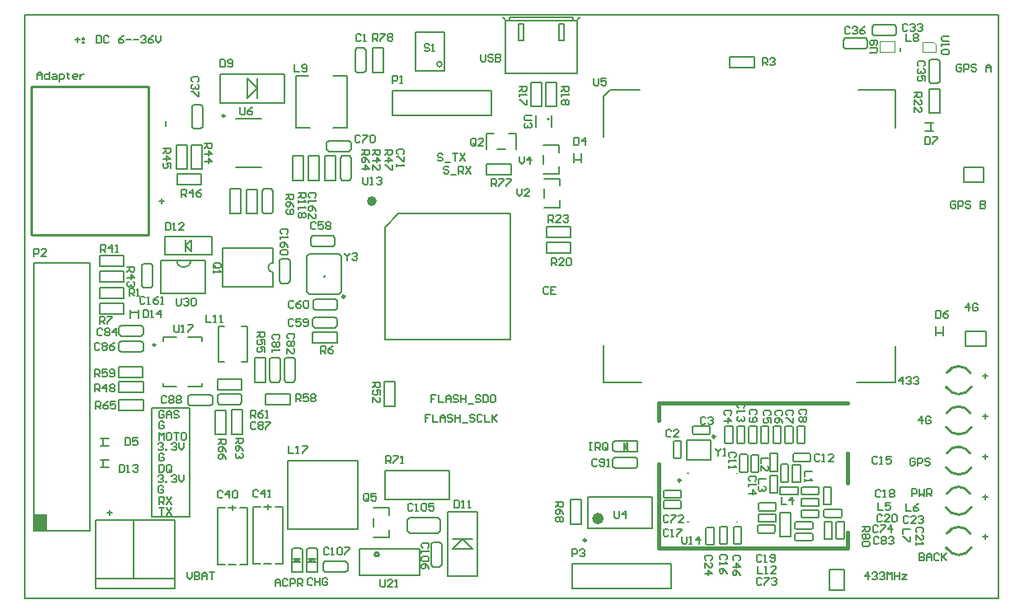
<source format=gto>
%FSLAX25Y25*%
%MOIN*%
G70*
G01*
G75*
%ADD10C,0.02000*%
%ADD11C,0.03000*%
%ADD12R,0.01575X0.01181*%
%ADD13R,0.01181X0.01575*%
%ADD14O,0.05906X0.03150*%
%ADD15R,0.07087X0.03937*%
%ADD16C,0.03937*%
%ADD17R,0.02756X0.03347*%
%ADD18R,0.03347X0.02756*%
%ADD19R,0.03937X0.05906*%
%ADD20R,0.04724X0.03150*%
%ADD21R,0.02500X0.05906*%
%ADD22R,0.04803X0.02441*%
%ADD23R,0.04800X0.05600*%
%ADD24R,0.07480X0.11811*%
%ADD25O,0.06890X0.02362*%
%ADD26R,0.03937X0.05118*%
%ADD27R,0.08898X0.25590*%
%ADD28R,0.03937X0.02362*%
%ADD29R,0.04724X0.09843*%
%ADD30O,0.03937X0.01181*%
%ADD31R,0.03937X0.01181*%
%ADD32R,0.07874X0.07874*%
%ADD33R,0.10000X0.07000*%
%ADD34R,0.02362X0.03937*%
%ADD35R,0.07874X0.03937*%
%ADD36O,0.06693X0.01063*%
%ADD37R,0.06693X0.01063*%
%ADD38R,0.01063X0.06693*%
%ADD39O,0.03740X0.01378*%
%ADD40R,0.08661X0.16929*%
%ADD41R,0.07874X0.07874*%
%ADD42R,0.07087X0.07874*%
%ADD43R,0.02362X0.02362*%
%ADD44R,0.03150X0.02559*%
%ADD45R,0.03937X0.07087*%
%ADD46O,0.03150X0.05906*%
%ADD47O,0.01378X0.06693*%
%ADD48R,0.02362X0.02362*%
%ADD49R,0.13386X0.13386*%
%ADD50O,0.00984X0.03740*%
%ADD51O,0.03740X0.00984*%
%ADD52O,0.02362X0.07087*%
%ADD53O,0.07087X0.02362*%
%ADD54O,0.06299X0.02362*%
%ADD55R,0.00984X0.01575*%
%ADD56R,0.02362X0.01969*%
%ADD57R,0.00984X0.01299*%
G04:AMPARAMS|DCode=58|XSize=35.43mil|YSize=157.48mil|CornerRadius=1.77mil|HoleSize=0mil|Usage=FLASHONLY|Rotation=90.000|XOffset=0mil|YOffset=0mil|HoleType=Round|Shape=RoundedRectangle|*
%AMROUNDEDRECTD58*
21,1,0.03543,0.15394,0,0,90.0*
21,1,0.03189,0.15748,0,0,90.0*
1,1,0.00354,0.07697,0.01595*
1,1,0.00354,0.07697,-0.01595*
1,1,0.00354,-0.07697,-0.01595*
1,1,0.00354,-0.07697,0.01595*
%
%ADD58ROUNDEDRECTD58*%
%ADD59R,0.01200X0.01800*%
%ADD60R,0.01575X0.05906*%
%ADD61C,0.01000*%
%ADD62C,0.01200*%
%ADD63C,0.02500*%
%ADD64C,0.04000*%
%ADD65C,0.08000*%
%ADD66C,0.01500*%
%ADD67C,0.00800*%
%ADD68R,0.07500X0.15500*%
%ADD69R,0.07560X0.20391*%
%ADD70R,0.06000X0.09600*%
%ADD71R,0.06700X0.09800*%
%ADD72R,0.04200X0.18700*%
%ADD73R,0.08100X0.13300*%
%ADD74R,0.05700X0.21700*%
%ADD75R,0.18000X0.08400*%
%ADD76R,0.10500X0.06400*%
%ADD77R,0.16200X0.16000*%
%ADD78R,0.27300X0.16100*%
%ADD79R,0.06200X0.14700*%
%ADD80R,0.34969X0.11400*%
%ADD81R,0.06500X1.11800*%
%ADD82C,0.00500*%
%ADD83C,0.07874*%
%ADD84O,0.07874X0.11811*%
%ADD85R,0.07874X0.11811*%
%ADD86C,0.13780*%
%ADD87R,0.05906X0.05906*%
%ADD88C,0.05906*%
%ADD89R,0.07874X0.07874*%
G04:AMPARAMS|DCode=90|XSize=51.18mil|YSize=173.23mil|CornerRadius=2.56mil|HoleSize=0mil|Usage=FLASHONLY|Rotation=90.000|XOffset=0mil|YOffset=0mil|HoleType=Round|Shape=RoundedRectangle|*
%AMROUNDEDRECTD90*
21,1,0.05118,0.16811,0,0,90.0*
21,1,0.04606,0.17323,0,0,90.0*
1,1,0.00512,0.08406,0.02303*
1,1,0.00512,0.08406,-0.02303*
1,1,0.00512,-0.08406,-0.02303*
1,1,0.00512,-0.08406,0.02303*
%
%ADD90ROUNDEDRECTD90*%
%ADD91C,0.01969*%
%ADD92R,0.05315X0.07284*%
%ADD93C,0.04000*%
%ADD94C,0.02000*%
%ADD95C,0.03000*%
%ADD96C,0.05000*%
%ADD97C,0.02598*%
%ADD98C,0.01600*%
%ADD99C,0.07518*%
G04:AMPARAMS|DCode=100|XSize=111.181mil|YSize=111.181mil|CornerRadius=0mil|HoleSize=0mil|Usage=FLASHONLY|Rotation=0.000|XOffset=0mil|YOffset=0mil|HoleType=Round|Shape=Relief|Width=10mil|Gap=10mil|Entries=4|*
%AMTHD100*
7,0,0,0.11118,0.09118,0.01000,45*
%
%ADD100THD100*%
%ADD101C,0.07124*%
G04:AMPARAMS|DCode=102|XSize=107.244mil|YSize=107.244mil|CornerRadius=0mil|HoleSize=0mil|Usage=FLASHONLY|Rotation=0.000|XOffset=0mil|YOffset=0mil|HoleType=Round|Shape=Relief|Width=10mil|Gap=10mil|Entries=4|*
%AMTHD102*
7,0,0,0.10724,0.08724,0.01000,45*
%
%ADD102THD102*%
%ADD103C,0.04369*%
%ADD104C,0.11061*%
%ADD105C,0.05943*%
G04:AMPARAMS|DCode=106|XSize=95.433mil|YSize=95.433mil|CornerRadius=0mil|HoleSize=0mil|Usage=FLASHONLY|Rotation=0.000|XOffset=0mil|YOffset=0mil|HoleType=Round|Shape=Relief|Width=10mil|Gap=10mil|Entries=4|*
%AMTHD106*
7,0,0,0.09543,0.07543,0.01000,45*
%
%ADD106THD106*%
G04:AMPARAMS|DCode=107|XSize=79.685mil|YSize=79.685mil|CornerRadius=0mil|HoleSize=0mil|Usage=FLASHONLY|Rotation=0.000|XOffset=0mil|YOffset=0mil|HoleType=Round|Shape=Relief|Width=10mil|Gap=10mil|Entries=4|*
%AMTHD107*
7,0,0,0.07969,0.05969,0.01000,45*
%
%ADD107THD107*%
%ADD108C,0.06337*%
%ADD109C,0.05400*%
%ADD110C,0.03600*%
G04:AMPARAMS|DCode=111|XSize=72mil|YSize=72mil|CornerRadius=0mil|HoleSize=0mil|Usage=FLASHONLY|Rotation=0.000|XOffset=0mil|YOffset=0mil|HoleType=Round|Shape=Relief|Width=10mil|Gap=10mil|Entries=4|*
%AMTHD111*
7,0,0,0.07200,0.05200,0.01000,45*
%
%ADD111THD111*%
G04:AMPARAMS|DCode=112|XSize=80mil|YSize=80mil|CornerRadius=0mil|HoleSize=0mil|Usage=FLASHONLY|Rotation=0.000|XOffset=0mil|YOffset=0mil|HoleType=Round|Shape=Relief|Width=10mil|Gap=10mil|Entries=4|*
%AMTHD112*
7,0,0,0.08000,0.06000,0.01000,45*
%
%ADD112THD112*%
%ADD113C,0.04400*%
G04:AMPARAMS|DCode=114|XSize=99.37mil|YSize=99.37mil|CornerRadius=0mil|HoleSize=0mil|Usage=FLASHONLY|Rotation=0.000|XOffset=0mil|YOffset=0mil|HoleType=Round|Shape=Relief|Width=10mil|Gap=10mil|Entries=4|*
%AMTHD114*
7,0,0,0.09937,0.07937,0.01000,45*
%
%ADD114THD114*%
G04:AMPARAMS|DCode=115|XSize=72.992mil|YSize=72.992mil|CornerRadius=0mil|HoleSize=0mil|Usage=FLASHONLY|Rotation=0.000|XOffset=0mil|YOffset=0mil|HoleType=Round|Shape=Relief|Width=10mil|Gap=10mil|Entries=4|*
%AMTHD115*
7,0,0,0.07299,0.05299,0.01000,45*
%
%ADD115THD115*%
G04:AMPARAMS|DCode=116|XSize=68mil|YSize=68mil|CornerRadius=0mil|HoleSize=0mil|Usage=FLASHONLY|Rotation=0.000|XOffset=0mil|YOffset=0mil|HoleType=Round|Shape=Relief|Width=10mil|Gap=10mil|Entries=4|*
%AMTHD116*
7,0,0,0.06800,0.04800,0.01000,45*
%
%ADD116THD116*%
%ADD117C,0.05000*%
%ADD118C,0.06000*%
%ADD119R,0.08300X0.13500*%
%ADD120R,0.19700X0.09100*%
%ADD121R,0.09400X0.25200*%
%ADD122R,0.39000X0.13800*%
%ADD123R,0.06200X0.13300*%
%ADD124R,0.03347X0.01575*%
%ADD125R,0.03937X0.07087*%
%ADD126R,0.05118X0.13780*%
%ADD127R,0.08661X0.11024*%
%ADD128R,0.07000X0.10000*%
%ADD129R,0.19685X0.05118*%
%ADD130R,0.05500X0.02500*%
%ADD131R,0.01969X0.06299*%
%ADD132R,0.14410X0.07874*%
%ADD133R,0.01969X0.07874*%
%ADD134R,0.07087X0.03937*%
%ADD135R,0.03150X0.04724*%
%ADD136R,0.09843X0.01969*%
%ADD137O,0.08661X0.02362*%
%ADD138O,0.09843X0.02362*%
%ADD139O,0.01378X0.03740*%
%ADD140R,0.16929X0.08661*%
%ADD141R,0.03937X0.03150*%
%ADD142R,0.04843X0.02559*%
%ADD143R,0.08268X0.02756*%
%ADD144O,0.03543X0.01969*%
%ADD145O,0.03543X0.01969*%
%ADD146R,0.03543X0.01969*%
%ADD147R,0.07874X0.01969*%
%ADD148R,0.21349X0.07288*%
%ADD149R,0.14400X0.12900*%
%ADD150R,0.29900X0.09831*%
%ADD151R,0.11032X0.11400*%
%ADD152R,0.10000X0.37866*%
%ADD153R,0.16500X0.11800*%
%ADD154R,0.09800X0.45300*%
%ADD155R,0.05400X0.09900*%
%ADD156R,0.03600X0.06700*%
%ADD157R,0.20400X0.10800*%
%ADD158R,0.16400X0.04300*%
%ADD159R,0.04900X0.17100*%
%ADD160R,0.07600X0.08300*%
%ADD161R,0.08900X0.10200*%
%ADD162R,0.08600X0.09700*%
%ADD163R,0.17500X0.06700*%
%ADD164R,0.08965X0.03474*%
%ADD165R,0.29300X0.15600*%
%ADD166R,0.14700X0.03700*%
%ADD167R,0.07300X0.37900*%
%ADD168R,0.26931X0.16000*%
%ADD169R,0.48700X0.11300*%
%ADD170C,0.00700*%
%ADD171C,0.00984*%
%ADD172C,0.02362*%
%ADD173C,0.00300*%
%ADD174C,0.00600*%
%ADD175C,0.00787*%
%ADD176R,0.05417X0.06634*%
D10*
X-28868Y141500D02*
G03*
X-28868Y141500I-1000J0D01*
G01*
D61*
X212026Y7010D02*
G03*
X202637Y7010I-4694J-2710D01*
G01*
X202329Y1347D02*
G03*
X212558Y1347I5114J2953D01*
G01*
X212026Y23260D02*
G03*
X202637Y23260I-4694J-2710D01*
G01*
X202329Y17597D02*
G03*
X212558Y17597I5114J2953D01*
G01*
X212026Y39510D02*
G03*
X202637Y39510I-4694J-2710D01*
G01*
X202329Y33847D02*
G03*
X212558Y33847I5114J2953D01*
G01*
X212026Y55760D02*
G03*
X202637Y55760I-4694J-2710D01*
G01*
X202329Y50097D02*
G03*
X212558Y50097I5114J2953D01*
G01*
X212026Y72010D02*
G03*
X202637Y72010I-4694J-2710D01*
G01*
X202329Y66347D02*
G03*
X212558Y66347I5114J2953D01*
G01*
X-27047Y-1419D02*
G03*
X-27047Y-1419I-787J0D01*
G01*
X-167439Y127900D02*
Y187900D01*
X-120194Y127900D02*
Y187900D01*
X-167439Y127900D02*
X-120194D01*
X-167439Y187900D02*
X-120194D01*
D62*
X-40894Y102926D02*
G03*
X-40894Y102926I-400J0D01*
G01*
X108800Y46300D02*
G03*
X108800Y46300I-400J0D01*
G01*
D66*
X162609Y1300D02*
Y7365D01*
X86231Y52931D02*
Y59961D01*
X162609Y27500D02*
Y39600D01*
X86231Y1300D02*
Y35200D01*
Y59961D02*
X162609D01*
X86231Y1300D02*
X162609D01*
D67*
X-87800Y-5400D02*
X-84800D01*
X-92300D02*
X-89300D01*
X-83300D02*
X-80300D01*
X-92300Y17600D02*
X-89300D01*
X-83300D02*
X-80300D01*
Y-5400D02*
Y17600D01*
X-92300Y-5400D02*
Y17600D01*
X-86300Y16600D02*
Y18600D01*
X-87800Y17600D02*
X-84800D01*
X-73400Y-5200D02*
X-70400D01*
X-77900D02*
X-74900D01*
X-68900D02*
X-65900D01*
X-77900Y17800D02*
X-74900D01*
X-68900D02*
X-65900D01*
Y-5200D02*
Y17800D01*
X-77900Y-5200D02*
Y17800D01*
X-71900Y16800D02*
Y18800D01*
X-73400Y17800D02*
X-70400D01*
D82*
X-1568Y196900D02*
G03*
X-1568Y196900I-1000J0D01*
G01*
X-127475Y94179D02*
Y97565D01*
X-124325Y94179D02*
Y97565D01*
X-127199Y96643D02*
X-124601D01*
X-138543Y42701D02*
Y45299D01*
X-139465Y45575D02*
X-136079D01*
X-139465Y42425D02*
X-136079D01*
X-139565Y33725D02*
X-136179D01*
X-139565Y36875D02*
X-136179D01*
X-138643Y34001D02*
Y36599D01*
X217652Y149196D02*
Y155287D01*
X209396Y149196D02*
X217652D01*
X209396D02*
Y155287D01*
X217652D01*
X218421Y82907D02*
Y88997D01*
X210165Y82907D02*
X218421D01*
X210165D02*
Y88997D01*
X218421D01*
X-118800Y13800D02*
Y58000D01*
Y13800D02*
X-103500D01*
Y58000D01*
X-118800D02*
X-103500D01*
X-126169Y-11180D02*
Y12442D01*
X-109358Y-15117D02*
Y12442D01*
X-141368Y-15117D02*
Y12442D01*
X-109358D01*
X-141368Y-15117D02*
X-109358D01*
X-141368Y-11180D02*
X-109358D01*
X-139974Y115135D02*
Y119465D01*
X-130131Y115135D02*
Y119465D01*
X-139974D02*
X-130131D01*
X-139974Y115135D02*
X-130131D01*
X-139974Y100230D02*
X-130131D01*
X-139974Y95899D02*
X-130131D01*
X-139974D02*
Y100230D01*
X-130131Y95899D02*
Y100230D01*
X-53855Y127346D02*
X-45587D01*
X-54642Y123803D02*
Y126559D01*
X-44800Y123803D02*
Y126559D01*
X-53855Y123016D02*
X-45587D01*
X-44800Y123803D01*
X-45587Y127346D02*
X-44800Y126559D01*
X-54642D02*
X-53855Y127346D01*
X-54642Y123803D02*
X-53855Y123016D01*
X-52950Y90335D02*
X-44682D01*
X-43894Y91122D02*
Y93878D01*
X-53737Y91122D02*
Y93878D01*
X-52950Y94665D02*
X-44682D01*
X-53737Y93878D02*
X-52950Y94665D01*
X-53737Y91122D02*
X-52950Y90335D01*
X-44682D02*
X-43894Y91122D01*
X-44682Y94665D02*
X-43894Y93878D01*
X-52881Y97535D02*
X-44613D01*
X-43826Y98322D02*
Y101078D01*
X-53668Y98322D02*
Y101078D01*
X-52881Y101865D02*
X-44613D01*
X-53668Y101078D02*
X-52881Y101865D01*
X-53668Y98322D02*
X-52881Y97535D01*
X-44613D02*
X-43826Y98322D01*
X-44613Y101865D02*
X-43826Y101078D01*
X-131287Y91265D02*
X-123019D01*
X-132074Y87722D02*
Y90478D01*
X-122231Y87722D02*
Y90478D01*
X-131287Y86935D02*
X-123019D01*
X-122231Y87722D01*
X-123019Y91265D02*
X-122231Y90478D01*
X-132074D02*
X-131287Y91265D01*
X-132074Y87722D02*
X-131287Y86935D01*
Y84865D02*
X-123019D01*
X-132074Y81322D02*
Y84078D01*
X-122231Y81322D02*
Y84078D01*
X-131287Y80535D02*
X-123019D01*
X-122231Y81322D01*
X-123019Y84865D02*
X-122231Y84078D01*
X-132074D02*
X-131287Y84865D01*
X-132074Y81322D02*
X-131287Y80535D01*
X-67334Y109113D02*
Y117381D01*
X-66546Y108326D02*
X-63791D01*
X-66546Y118168D02*
X-63791D01*
X-63003Y109113D02*
Y117381D01*
X-63791Y118168D02*
X-63003Y117381D01*
X-67334D02*
X-66546Y118168D01*
X-67334Y109113D02*
X-66546Y108326D01*
X-63791D02*
X-63003Y109113D01*
X-118535Y107219D02*
Y115487D01*
X-122078Y116274D02*
X-119322D01*
X-122078Y106431D02*
X-119322D01*
X-122865Y107219D02*
Y115487D01*
Y107219D02*
X-122078Y106431D01*
X-119322D02*
X-118535Y107219D01*
X-119322Y116274D02*
X-118535Y115487D01*
X-122865D02*
X-122078Y116274D01*
X-74168Y137313D02*
Y145581D01*
X-73381Y136526D02*
X-70625D01*
X-73381Y146369D02*
X-70625D01*
X-69838Y137313D02*
Y145581D01*
X-70625Y146369D02*
X-69838Y145581D01*
X-74168D02*
X-73381Y146369D01*
X-74168Y137313D02*
X-73381Y136526D01*
X-70625D02*
X-69838Y137313D01*
X-105074Y123500D02*
X-102712Y125862D01*
X-105074Y123500D02*
X-102712Y121138D01*
X-105074D02*
Y125862D01*
X-102712Y121138D02*
Y125862D01*
X-94641Y119957D02*
Y127043D01*
X-113539D02*
X-94641D01*
X-113539Y119957D02*
Y127043D01*
Y119957D02*
X-94641D01*
X-91879Y76600D02*
X-89669D01*
X-91879Y90900D02*
X-89569D01*
X-82669Y76600D02*
X-80068D01*
X-82569Y90900D02*
X-80068D01*
X-91879Y76600D02*
Y90900D01*
X-80068Y76600D02*
Y90900D01*
X-139974Y102311D02*
Y106642D01*
X-130131Y102311D02*
Y106642D01*
X-139974D02*
X-130131D01*
X-139974Y102311D02*
X-130131D01*
X-53843Y84235D02*
Y88565D01*
X-44000Y84235D02*
Y88565D01*
X-53843D02*
X-44000D01*
X-53843Y84235D02*
X-44000D01*
X-139974Y108723D02*
Y113054D01*
X-130131Y108723D02*
Y113054D01*
X-139974D02*
X-130131D01*
X-139974Y108723D02*
X-130131D01*
X-87269Y146369D02*
X-82938D01*
X-87269Y136526D02*
X-82938D01*
Y146369D01*
X-87269Y136526D02*
Y146369D01*
X-102607Y171613D02*
Y179881D01*
X-101820Y170826D02*
X-99064D01*
X-101820Y180668D02*
X-99064D01*
X-98276Y171613D02*
Y179881D01*
X-99064Y180668D02*
X-98276Y179881D01*
X-102607D02*
X-101820Y180668D01*
X-102607Y171613D02*
X-101820Y170826D01*
X-99064D02*
X-98276Y171613D01*
X-47315Y161635D02*
X-39047D01*
X-38260Y162422D02*
Y165178D01*
X-48102Y162422D02*
Y165178D01*
X-47315Y165965D02*
X-39047D01*
X-48102Y165178D02*
X-47315Y165965D01*
X-48102Y162422D02*
X-47315Y161635D01*
X-39047D02*
X-38260Y162422D01*
X-39047Y165965D02*
X-38260Y165178D01*
X-38168Y150713D02*
Y158981D01*
X-41712Y159768D02*
X-38956D01*
X-41712Y149926D02*
X-38956D01*
X-42499Y150713D02*
Y158981D01*
Y150713D02*
X-41712Y149926D01*
X-38956D02*
X-38168Y150713D01*
X-38956Y159768D02*
X-38168Y158981D01*
X-42499D02*
X-41712Y159768D01*
X-55345Y149926D02*
X-51015D01*
X-55345Y159768D02*
X-51015D01*
X-55345Y149926D02*
Y159768D01*
X-51015Y149926D02*
Y159768D01*
X-102734Y164274D02*
X-98403D01*
X-102734Y154431D02*
X-98403D01*
Y164274D01*
X-102734Y154431D02*
Y164274D01*
X-108734Y154426D02*
X-104403D01*
X-108734Y164269D02*
X-104403D01*
X-108734Y154426D02*
Y164269D01*
X-104403Y154426D02*
Y164269D01*
X-108642Y148035D02*
Y152365D01*
X-98800Y148035D02*
Y152365D01*
X-108642D02*
X-98800D01*
X-108642Y148035D02*
X-98800D01*
X-48922Y149926D02*
X-44592D01*
X-48922Y159768D02*
X-44592D01*
X-48922Y149926D02*
Y159768D01*
X-44592Y149926D02*
Y159768D01*
X-61769Y149926D02*
X-57438D01*
X-61769Y159768D02*
X-57438D01*
X-61769Y149926D02*
Y159768D01*
X-57438Y149926D02*
Y159768D01*
X-80565Y146274D02*
X-76235D01*
X-80565Y136432D02*
X-76235D01*
Y146274D01*
X-80565Y136432D02*
Y146274D01*
X-3154Y7250D02*
X-2170Y8235D01*
X-3154Y7250D02*
Y7250D01*
Y13550D02*
X-2170Y12565D01*
X-15556Y8235D02*
X-14572Y7250D01*
X-15556Y12565D02*
X-14572Y13550D01*
X-15556Y8235D02*
Y12565D01*
X-14572Y13550D02*
X-3154D01*
X-2170Y8235D02*
Y12565D01*
X-14572Y7250D02*
X-3154D01*
X-5965Y-5587D02*
Y2681D01*
X-5178Y-6374D02*
X-2422D01*
X-5178Y3469D02*
X-2422D01*
X-1635Y-5587D02*
Y2681D01*
X-2422Y3469D02*
X-1635Y2681D01*
X-5965D02*
X-5178Y3469D01*
X-5965Y-5587D02*
X-5178Y-6374D01*
X-2422D02*
X-1635Y-5587D01*
X-48681Y-8565D02*
X-40413D01*
X-39626Y-7778D02*
Y-5022D01*
X-49468Y-7778D02*
Y-5022D01*
X-48681Y-4235D02*
X-40413D01*
X-49468Y-5022D02*
X-48681Y-4235D01*
X-49468Y-7778D02*
X-48681Y-8565D01*
X-40413D02*
X-39626Y-7778D01*
X-40413Y-4235D02*
X-39626Y-5022D01*
X-63769Y36605D02*
X-35669D01*
Y8805D02*
Y36605D01*
X-63769Y8805D02*
Y36605D01*
Y8805D02*
X-35669D01*
X-56209Y465D02*
X-55421Y1252D01*
X-54043Y-4555D02*
Y-3177D01*
X-52665Y-4555D01*
X-55421D02*
X-54043Y-3177D01*
X-55421Y-4555D02*
X-52665D01*
X-55421Y-3177D02*
X-52665D01*
X-52665Y1252D02*
X-51878Y465D01*
X-56209Y-8591D02*
Y465D01*
X-55421Y1252D02*
X-52665D01*
X-51878Y-8591D02*
Y465D01*
X-56209Y-8591D02*
X-51878D01*
X-62300Y442D02*
X-61513Y1229D01*
X-60135Y-4578D02*
Y-3200D01*
X-58757Y-4578D01*
X-61513D02*
X-60135Y-3200D01*
X-61513Y-4578D02*
X-58757D01*
X-61513Y-3200D02*
X-58757D01*
X-58757Y1229D02*
X-57969Y442D01*
X-62300Y-8613D02*
Y442D01*
X-61513Y1229D02*
X-58757D01*
X-57969Y-8613D02*
Y442D01*
X-62300Y-8613D02*
X-57969D01*
X-29232Y17469D02*
X-22932D01*
X-29232Y5658D02*
X-22932D01*
X-29232Y9791D02*
Y13335D01*
X-22932Y14516D02*
Y17469D01*
Y5658D02*
Y8610D01*
X-24450Y32605D02*
X1535D01*
Y20795D02*
Y32605D01*
X-24450Y20795D02*
X1535D01*
X-24450D02*
Y32605D01*
X-34823Y943D02*
X-10413D01*
X-34823Y-9687D02*
X-10413D01*
X-34823D02*
Y943D01*
X-10413Y-9687D02*
Y943D01*
X895Y-10118D02*
X12706D01*
Y15866D01*
X895D02*
X12706D01*
X895Y-10118D02*
Y15866D01*
X2863Y905D02*
X10737D01*
X2863Y4843D02*
X10737D01*
X2863Y905D02*
X6800Y4843D01*
X10737Y905D01*
X-32235Y194319D02*
Y202587D01*
X-35778Y203374D02*
X-33022D01*
X-35778Y193532D02*
X-33022D01*
X-36565Y194319D02*
Y202587D01*
Y194319D02*
X-35778Y193532D01*
X-33022D02*
X-32235Y194319D01*
X-33022Y203374D02*
X-32235Y202587D01*
X-36565D02*
X-35778Y203374D01*
X-71134Y69113D02*
Y77381D01*
X-70346Y68326D02*
X-67591D01*
X-70346Y78168D02*
X-67591D01*
X-66803Y69113D02*
Y77381D01*
X-67591Y78168D02*
X-66803Y77381D01*
X-71134D02*
X-70346Y78168D01*
X-71134Y69113D02*
X-70346Y68326D01*
X-67591D02*
X-66803Y69113D01*
X-65134D02*
Y77381D01*
X-64346Y68326D02*
X-61591D01*
X-64346Y78168D02*
X-61591D01*
X-60803Y69113D02*
Y77381D01*
X-61591Y78168D02*
X-60803Y77381D01*
X-65134D02*
X-64346Y78168D01*
X-65134Y69113D02*
X-64346Y68326D01*
X-61591D02*
X-60803Y69113D01*
X-91487Y63565D02*
X-83219D01*
X-92274Y60022D02*
Y62778D01*
X-82432Y60022D02*
Y62778D01*
X-91487Y59235D02*
X-83219D01*
X-82432Y60022D01*
X-83219Y63565D02*
X-82432Y62778D01*
X-92274D02*
X-91487Y63565D01*
X-92274Y60022D02*
X-91487Y59235D01*
X-103381Y58835D02*
X-95113D01*
X-94326Y59622D02*
Y62378D01*
X-104168Y59622D02*
Y62378D01*
X-103381Y63165D02*
X-95113D01*
X-104168Y62378D02*
X-103381Y63165D01*
X-104168Y59622D02*
X-103381Y58835D01*
X-95113D02*
X-94326Y59622D01*
X-95113Y63165D02*
X-94326Y62378D01*
X-166617Y8166D02*
Y116434D01*
X-143783D01*
Y8166D02*
Y116434D01*
X-166617Y8166D02*
X-143783D01*
X16632Y162469D02*
Y168768D01*
X28442Y162469D02*
Y168768D01*
X20765Y162469D02*
X24309D01*
X16632Y168768D02*
X19584D01*
X25490D02*
X28442D01*
X-77134Y68326D02*
X-72803D01*
X-77134Y78168D02*
X-72803D01*
X-77134Y68326D02*
Y78168D01*
X-72803Y68326D02*
Y78168D01*
X-72742Y59335D02*
Y63665D01*
X-62900Y59335D02*
Y63665D01*
X-72742D02*
X-62900D01*
X-72742Y59335D02*
X-62900D01*
X-122426Y70035D02*
Y74365D01*
X-132269Y70035D02*
Y74365D01*
Y70035D02*
X-122426D01*
X-132269Y74365D02*
X-122426D01*
X-82432Y65235D02*
Y69565D01*
X-92274Y65235D02*
Y69565D01*
Y65235D02*
X-82432D01*
X-92274Y69565D02*
X-82432D01*
X-86565Y47226D02*
X-82235D01*
X-86565Y57069D02*
X-82235D01*
X-86565Y47226D02*
Y57069D01*
X-82235Y47226D02*
Y57069D01*
X-132074Y64135D02*
Y68465D01*
X-122231Y64135D02*
Y68465D01*
X-132074D02*
X-122231D01*
X-132074Y64135D02*
X-122231D01*
X-132074Y56935D02*
Y61265D01*
X-122231Y56935D02*
Y61265D01*
X-132074D02*
X-122231D01*
X-132074Y56935D02*
X-122231D01*
X-93165Y56974D02*
X-88835D01*
X-93165Y47131D02*
X-88835D01*
Y56974D01*
X-93165Y47131D02*
Y56974D01*
X26406Y152135D02*
Y156465D01*
X16563Y152135D02*
Y156465D01*
Y152135D02*
X26406D01*
X16563Y156465D02*
X26406D01*
X-29665Y193626D02*
X-25335D01*
X-29665Y203468D02*
X-25335D01*
X-29665Y193626D02*
Y203468D01*
X-25335Y193626D02*
Y203468D01*
X-12085Y194300D02*
X-569D01*
Y210000D01*
X-12085D02*
X-569D01*
X-12085Y194300D02*
Y210000D01*
X-104205Y66658D02*
X-98594D01*
X-114342Y86343D02*
X-108732D01*
X-114342Y85000D02*
Y86343D01*
Y66658D02*
X-108732D01*
X-114342D02*
Y67700D01*
X-98594Y66658D02*
Y67700D01*
X-104205Y86343D02*
X-98594D01*
Y85000D02*
Y86343D01*
X-91287Y181194D02*
Y193006D01*
Y181194D02*
X-65302D01*
Y193006D01*
X-91287D02*
X-65302D01*
X-80263Y183163D02*
Y191037D01*
X-76326Y183163D02*
Y191037D01*
X-80263D02*
X-76326Y187100D01*
X-80263Y183163D02*
X-76326Y187100D01*
X-45405Y192191D02*
X-39932D01*
X-60405Y171325D02*
Y192191D01*
X-55568D01*
X-39932Y171325D02*
Y192191D01*
X-45405Y171325D02*
X-39932D01*
X-60405D02*
X-54869D01*
X-24765Y58626D02*
X-20435D01*
X-24765Y68468D02*
X-20435D01*
X-24765Y58626D02*
Y68468D01*
X-20435Y58626D02*
Y68468D01*
X67626Y34322D02*
X68413Y33535D01*
X67626Y37078D02*
X68413Y37865D01*
X76681D02*
X77469Y37078D01*
X76681Y33535D02*
X77469Y34322D01*
X68413Y33535D02*
X76681D01*
X77469Y34322D02*
Y37078D01*
X67626Y34322D02*
Y37078D01*
X68413Y37865D02*
X76681D01*
X141288Y6881D02*
X141682Y7275D01*
X141288Y6881D02*
X141288D01*
Y4519D02*
X141682Y4125D01*
X141288Y4519D02*
X141288D01*
X147981Y7275D02*
X148375Y6881D01*
X148375D01*
X147981Y4125D02*
X148375Y4519D01*
Y4519D01*
X141682Y4125D02*
X147981D01*
X141288Y4519D02*
Y6881D01*
X141682Y7275D02*
X147981D01*
X148375Y4519D02*
Y6881D01*
X141682Y7275D02*
Y7275D01*
X141288Y11581D02*
X141682Y11975D01*
X141288Y11581D02*
X141288D01*
Y9219D02*
X141682Y8825D01*
X141288Y9219D02*
X141288D01*
X147981Y11975D02*
X148375Y11581D01*
X148375D01*
X147981Y8825D02*
X148375Y9219D01*
Y9219D01*
X141682Y8825D02*
X147981D01*
X141288Y9219D02*
Y11581D01*
X141682Y11975D02*
X147981D01*
X148375Y9219D02*
Y11581D01*
X141682Y11975D02*
Y11975D01*
X161287Y-15821D02*
Y-7565D01*
X155196D02*
X161287D01*
X155196Y-15821D02*
Y-7565D01*
Y-15821D02*
X161287D01*
X139465Y5726D02*
Y15568D01*
X135135Y5726D02*
Y15568D01*
X139465D01*
X135135Y5726D02*
X139465D01*
X126425Y11825D02*
X133512D01*
X126425Y14975D02*
X133512D01*
X126425Y11825D02*
Y14975D01*
X133512Y11825D02*
Y14975D01*
X143688Y21175D02*
X150775D01*
X143688Y18025D02*
X150775D01*
Y21175D01*
X143688Y18025D02*
Y21175D01*
X156175Y4725D02*
Y11812D01*
X153025Y4725D02*
Y11812D01*
Y4725D02*
X156175D01*
X153025Y11812D02*
X156175D01*
X155975Y18725D02*
Y25812D01*
X152825Y18725D02*
Y25812D01*
Y18725D02*
X155975D01*
X152825Y25812D02*
X155975D01*
X135288Y25975D02*
X142375D01*
X135288Y22825D02*
X142375D01*
Y25975D01*
X135288Y22825D02*
Y25975D01*
X131025Y23388D02*
Y30475D01*
X134175Y23388D02*
Y30475D01*
X131025D02*
X134175D01*
X131025Y23388D02*
X134175D01*
X131161Y32288D02*
Y39375D01*
X134310Y32288D02*
Y39375D01*
X131161D02*
X134310D01*
X131161Y32288D02*
X134310D01*
X140225Y27888D02*
Y34975D01*
X143375Y27888D02*
Y34975D01*
X140225D02*
X143375D01*
X140225Y27888D02*
X143375D01*
X132918Y7325D02*
X133312Y7719D01*
X133312D01*
X132918Y10475D02*
X133312Y10081D01*
X133312D01*
X126225Y7719D02*
X126619Y7325D01*
X126225Y7719D02*
X126225D01*
X126225Y10081D02*
X126619Y10475D01*
X126225Y10081D02*
Y10081D01*
X126619Y10475D02*
X132918D01*
X133312Y7719D02*
Y10081D01*
X126619Y7325D02*
X132918D01*
X126225Y7719D02*
Y10081D01*
X132918Y7325D02*
Y7325D01*
X94818Y21525D02*
X95212Y21919D01*
X95212D01*
X94818Y24675D02*
X95212Y24281D01*
X95212D01*
X88125Y21919D02*
X88519Y21525D01*
X88125Y21919D02*
X88125D01*
X88125Y24281D02*
X88519Y24675D01*
X88125Y24281D02*
Y24281D01*
X88519Y24675D02*
X94818D01*
X95212Y21919D02*
Y24281D01*
X88519Y21525D02*
X94818D01*
X88125Y21919D02*
Y24281D01*
X94818Y21525D02*
Y21525D01*
X119081Y9812D02*
X119475Y9418D01*
X119081Y9812D02*
Y9812D01*
X116325Y9418D02*
X116719Y9812D01*
Y9812D01*
X119081Y2725D02*
X119475Y3119D01*
X119081Y2725D02*
Y2725D01*
X116325Y3119D02*
X116719Y2725D01*
X116719D01*
X116325Y3119D02*
Y9418D01*
X116719Y9812D02*
X119081D01*
X119475Y3119D02*
Y9418D01*
X116719Y2725D02*
X119081D01*
X119475Y9418D02*
X119475D01*
X108056Y9612D02*
X108450Y9218D01*
X108056Y9612D02*
Y9612D01*
X105300Y9218D02*
X105694Y9612D01*
Y9612D01*
X108056Y2525D02*
X108450Y2919D01*
X108056Y2525D02*
Y2525D01*
X105300Y2919D02*
X105694Y2525D01*
X105694D01*
X105300Y2919D02*
Y9218D01*
X105694Y9612D02*
X108056D01*
X108450Y2919D02*
Y9218D01*
X105694Y2525D02*
X108056D01*
X108450Y9218D02*
X108450D01*
X152988Y16381D02*
X153382Y16775D01*
X152988Y16381D02*
X152988D01*
Y14019D02*
X153382Y13625D01*
X152988Y14019D02*
X152988D01*
X159681Y16775D02*
X160075Y16381D01*
X160075D01*
X159681Y13625D02*
X160075Y14019D01*
Y14019D01*
X153382Y13625D02*
X159681D01*
X152988Y14019D02*
Y16381D01*
X153382Y16775D02*
X159681D01*
X160075Y14019D02*
Y16381D01*
X153382Y16775D02*
Y16775D01*
X157925Y5082D02*
X158319Y4688D01*
Y4688D02*
Y4688D01*
X160681D02*
X161075Y5082D01*
X160681Y4688D02*
Y4688D01*
X157925Y11381D02*
X158319Y11775D01*
Y11775D01*
X160681D02*
X161075Y11381D01*
X160681Y11775D02*
X160681D01*
X161075Y5082D02*
Y11381D01*
X158319Y4688D02*
X160681D01*
X157925Y5082D02*
Y11381D01*
X158319Y11775D02*
X160681D01*
X157925Y5082D02*
X157925D01*
X150418Y13525D02*
X150812Y13919D01*
X150812D01*
X150418Y16675D02*
X150812Y16281D01*
X150812D01*
X143725Y13919D02*
X144119Y13525D01*
X143725Y13919D02*
X143725D01*
X143725Y16281D02*
X144119Y16675D01*
X143725Y16281D02*
Y16281D01*
X144119Y16675D02*
X150418D01*
X150812Y13919D02*
Y16281D01*
X144119Y13525D02*
X150418D01*
X143725Y13919D02*
Y16281D01*
X150418Y13525D02*
Y13525D01*
X133118Y16325D02*
X133512Y16719D01*
X133512D01*
X133118Y19475D02*
X133512Y19081D01*
X133512D01*
X126425Y16719D02*
X126819Y16325D01*
X126425Y16719D02*
X126425D01*
X126425Y19081D02*
X126819Y19475D01*
X126425Y19081D02*
Y19081D01*
X126819Y19475D02*
X133118D01*
X133512Y16719D02*
Y19081D01*
X126819Y16325D02*
X133118D01*
X126425Y16719D02*
Y19081D01*
X133118Y16325D02*
Y16325D01*
X143688Y25481D02*
X144082Y25875D01*
X143688Y25481D02*
X143688D01*
Y23119D02*
X144082Y22725D01*
X143688Y23119D02*
X143688D01*
X150381Y25875D02*
X150775Y25481D01*
X150775D01*
X150381Y22725D02*
X150775Y23119D01*
Y23119D01*
X144082Y22725D02*
X150381D01*
X143688Y23119D02*
Y25481D01*
X144082Y25875D02*
X150381D01*
X150775Y23119D02*
Y25481D01*
X144082Y25875D02*
Y25875D01*
X94718Y17225D02*
X95112Y17619D01*
X95112D01*
X94718Y20375D02*
X95112Y19981D01*
X95112D01*
X88025Y17619D02*
X88419Y17225D01*
X88025Y17619D02*
X88025D01*
X88025Y19981D02*
X88419Y20375D01*
X88025Y19981D02*
Y19981D01*
X88419Y20375D02*
X94718D01*
X95112Y17619D02*
Y19981D01*
X88419Y17225D02*
X94718D01*
X88025Y17619D02*
Y19981D01*
X94718Y17225D02*
Y17225D01*
X113481Y9812D02*
X113875Y9418D01*
X113481Y9812D02*
Y9812D01*
X110725Y9418D02*
X111119Y9812D01*
Y9812D01*
X113481Y2725D02*
X113875Y3119D01*
X113481Y2725D02*
Y2725D01*
X110725Y3119D02*
X111119Y2725D01*
X111119D01*
X110725Y3119D02*
Y9418D01*
X111119Y9812D02*
X113481D01*
X113875Y3119D02*
Y9418D01*
X111119Y2725D02*
X113481D01*
X113875Y9418D02*
X113875D01*
X138181Y35012D02*
X138575Y34618D01*
X138181Y35012D02*
Y35012D01*
X135425Y34618D02*
X135819Y35012D01*
Y35012D01*
X138181Y27925D02*
X138575Y28319D01*
X138181Y27925D02*
Y27925D01*
X135425Y28319D02*
X135819Y27925D01*
X135819D01*
X135425Y28319D02*
Y34618D01*
X135819Y35012D02*
X138181D01*
X138575Y28319D02*
Y34618D01*
X135819Y27925D02*
X138181D01*
X138575Y34618D02*
X138575D01*
X126181Y38912D02*
X126575Y38518D01*
X126181Y38912D02*
Y38912D01*
X123425Y38518D02*
X123819Y38912D01*
Y38912D01*
X126181Y31825D02*
X126575Y32219D01*
X126181Y31825D02*
Y31825D01*
X123425Y32219D02*
X123819Y31825D01*
X123819D01*
X123425Y32219D02*
Y38518D01*
X123819Y38912D02*
X126181D01*
X126575Y32219D02*
Y38518D01*
X123819Y31825D02*
X126181D01*
X126575Y38518D02*
X126575D01*
X120531Y50512D02*
X120925Y50118D01*
X120531Y50512D02*
Y50512D01*
X117775Y50118D02*
X118169Y50512D01*
Y50512D01*
X120531Y43425D02*
X120925Y43819D01*
X120531Y43425D02*
Y43425D01*
X117775Y43819D02*
X118169Y43425D01*
X118169D01*
X117775Y43819D02*
Y50118D01*
X118169Y50512D02*
X120531D01*
X120925Y43819D02*
Y50118D01*
X118169Y43425D02*
X120531D01*
X120925Y50118D02*
X120925D01*
X140488Y38981D02*
X140882Y39375D01*
X140488Y38981D02*
X140488D01*
Y36619D02*
X140882Y36225D01*
X140488Y36619D02*
X140488D01*
X147181Y39375D02*
X147575Y38981D01*
X147575D01*
X147181Y36225D02*
X147575Y36619D01*
Y36619D01*
X140882Y36225D02*
X147181D01*
X140488Y36619D02*
Y38981D01*
X140882Y39375D02*
X147181D01*
X147575Y36619D02*
Y38981D01*
X140882Y39375D02*
Y39375D01*
X121681Y39012D02*
X122075Y38618D01*
X121681Y39012D02*
Y39012D01*
X118925Y38618D02*
X119319Y39012D01*
Y39012D01*
X121681Y31925D02*
X122075Y32319D01*
X121681Y31925D02*
Y31925D01*
X118925Y32319D02*
X119319Y31925D01*
X119319D01*
X118925Y32319D02*
Y38618D01*
X119319Y39012D02*
X121681D01*
X122075Y32319D02*
Y38618D01*
X119319Y31925D02*
X121681D01*
X122075Y38618D02*
X122075D01*
X122625Y43819D02*
X123019Y43425D01*
Y43425D02*
Y43425D01*
X125381D02*
X125775Y43819D01*
X125381Y43425D02*
Y43425D01*
X122625Y50118D02*
X123019Y50512D01*
Y50512D01*
X125381D02*
X125775Y50118D01*
X125381Y50512D02*
X125381D01*
X125775Y43819D02*
Y50118D01*
X123019Y43425D02*
X125381D01*
X122625Y43819D02*
Y50118D01*
X123019Y50512D02*
X125381D01*
X122625Y43819D02*
X122625D01*
X144781Y50512D02*
X145175Y50118D01*
X144781Y50512D02*
Y50512D01*
X142025Y50118D02*
X142419Y50512D01*
Y50512D01*
X144781Y43425D02*
X145175Y43819D01*
X144781Y43425D02*
Y43425D01*
X142025Y43819D02*
X142419Y43425D01*
X142419D01*
X142025Y43819D02*
Y50118D01*
X142419Y50512D02*
X144781D01*
X145175Y43819D02*
Y50118D01*
X142419Y43425D02*
X144781D01*
X145175Y50118D02*
X145175D01*
X139981Y50612D02*
X140375Y50218D01*
X139981Y50612D02*
Y50612D01*
X137225Y50218D02*
X137619Y50612D01*
Y50612D01*
X139981Y43525D02*
X140375Y43919D01*
X139981Y43525D02*
Y43525D01*
X137225Y43919D02*
X137619Y43525D01*
X137619D01*
X137225Y43919D02*
Y50218D01*
X137619Y50612D02*
X139981D01*
X140375Y43919D02*
Y50218D01*
X137619Y43525D02*
X139981D01*
X140375Y50218D02*
X140375D01*
X135081Y50512D02*
X135475Y50118D01*
X135081Y50512D02*
Y50512D01*
X132325Y50118D02*
X132719Y50512D01*
Y50512D01*
X135081Y43425D02*
X135475Y43819D01*
X135081Y43425D02*
Y43425D01*
X132325Y43819D02*
X132719Y43425D01*
X132719D01*
X132325Y43819D02*
Y50118D01*
X132719Y50512D02*
X135081D01*
X135475Y43819D02*
Y50118D01*
X132719Y43425D02*
X135081D01*
X135475Y50118D02*
X135475D01*
X130231Y50512D02*
X130625Y50118D01*
X130231Y50512D02*
Y50512D01*
X127475Y50118D02*
X127869Y50512D01*
Y50512D01*
X130231Y43425D02*
X130625Y43819D01*
X130231Y43425D02*
Y43425D01*
X127475Y43819D02*
X127869Y43425D01*
X127869D01*
X127475Y43819D02*
Y50118D01*
X127869Y50512D02*
X130231D01*
X130625Y43819D02*
Y50118D01*
X127869Y43425D02*
X130231D01*
X130625Y50118D02*
X130625D01*
X115681Y50512D02*
X116075Y50118D01*
X115681Y50512D02*
Y50512D01*
X112925Y50118D02*
X113319Y50512D01*
Y50512D01*
X115681Y43425D02*
X116075Y43819D01*
X115681Y43425D02*
Y43425D01*
X112925Y43819D02*
X113319Y43425D01*
X113319D01*
X112925Y43819D02*
Y50118D01*
X113319Y50512D02*
X115681D01*
X116075Y43819D02*
Y50118D01*
X113319Y43425D02*
X115681D01*
X116075Y50118D02*
X116075D01*
X99688Y50081D02*
X100082Y50475D01*
X99688Y50081D02*
X99688D01*
Y47719D02*
X100082Y47325D01*
X99688Y47719D02*
X99688D01*
X106381Y50475D02*
X106775Y50081D01*
X106775D01*
X106381Y47325D02*
X106775Y47719D01*
Y47719D01*
X100082Y47325D02*
X106381D01*
X99688Y47719D02*
Y50081D01*
X100082Y50475D02*
X106381D01*
X106775Y47719D02*
Y50081D01*
X100082Y50475D02*
Y50475D01*
X94881Y44612D02*
X95275Y44218D01*
X94881Y44612D02*
Y44612D01*
X92125Y44218D02*
X92519Y44612D01*
Y44612D01*
X94881Y37525D02*
X95275Y37919D01*
X94881Y37525D02*
Y37525D01*
X92125Y37919D02*
X92519Y37525D01*
X92519D01*
X92125Y37919D02*
Y44218D01*
X92519Y44612D02*
X94881D01*
X95275Y37919D02*
Y44218D01*
X92519Y37525D02*
X94881D01*
X95275Y44218D02*
X95275D01*
X67568Y40922D02*
X68356Y40135D01*
X71998Y42300D02*
X73376D01*
X71998D02*
X73376Y43678D01*
X71998Y42300D02*
X73376Y40922D01*
Y43678D01*
X71998Y40922D02*
Y43678D01*
X67568Y43678D02*
X68356Y44465D01*
X68356Y40135D02*
X77411D01*
X67568Y40922D02*
Y43678D01*
X68356Y44465D02*
X77411D01*
Y40135D02*
Y44465D01*
X50466Y20774D02*
X54797D01*
X50466Y10932D02*
X54797D01*
Y20774D01*
X50466Y10932D02*
Y20774D01*
X63678Y183704D02*
X66378Y186404D01*
X63678Y68294D02*
Y83300D01*
Y68294D02*
X79132D01*
X166131D02*
X181788D01*
X181788Y82800D02*
X181788Y68294D01*
X181788Y171200D02*
X181788Y186404D01*
X166832D02*
X181788D01*
X66378D02*
X78332D01*
X63678Y167600D02*
Y183704D01*
X114926Y195435D02*
Y199765D01*
X124768Y195435D02*
Y199765D01*
X114926D02*
X124768D01*
X114926Y195435D02*
X124768D01*
X161545Y207365D02*
X169813D01*
X160758Y203822D02*
Y206578D01*
X170600Y203822D02*
Y206578D01*
X161545Y203035D02*
X169813D01*
X170600Y203822D01*
X169813Y207365D02*
X170600Y206578D01*
X160758D02*
X161545Y207365D01*
X160758Y203822D02*
X161545Y203035D01*
X173213Y212765D02*
X181481D01*
X172426Y209222D02*
Y211978D01*
X182269Y209222D02*
Y211978D01*
X173213Y208435D02*
X181481D01*
X182269Y209222D01*
X181481Y212765D02*
X182269Y211978D01*
X172426D02*
X173213Y212765D01*
X172426Y209222D02*
X173213Y208435D01*
X199697Y189819D02*
Y198087D01*
X196153Y198874D02*
X198909D01*
X196153Y189032D02*
X198909D01*
X195366Y189819D02*
Y198087D01*
Y189819D02*
X196153Y189032D01*
X198909D02*
X199697Y189819D01*
X198909Y198874D02*
X199697Y198087D01*
X195366D02*
X196153Y198874D01*
X195335Y186874D02*
X199665D01*
X195335Y177032D02*
X199665D01*
Y186874D01*
X195335Y177032D02*
Y186874D01*
X193679Y173075D02*
X197065D01*
X193679Y169925D02*
X197065D01*
X196143Y170201D02*
Y172799D01*
X40763Y124965D02*
X50605D01*
X40763Y120635D02*
X50605D01*
X40763D02*
Y124965D01*
X50605Y120635D02*
Y124965D01*
X40763Y131165D02*
X50605D01*
X40763Y126835D02*
X50605D01*
X40763D02*
Y131165D01*
X50605Y126835D02*
Y131165D01*
X39800Y150669D02*
X46099D01*
X39800Y138857D02*
X46099D01*
X39800Y142991D02*
Y146535D01*
X46099Y147716D02*
Y150669D01*
Y138857D02*
Y141810D01*
X39600Y164269D02*
X45899D01*
X39600Y152457D02*
X45899D01*
X39600Y156591D02*
Y160135D01*
X45899Y161316D02*
Y164269D01*
Y152457D02*
Y155410D01*
X40466Y179726D02*
X44797D01*
X40466Y189568D02*
X44797D01*
X40466Y179726D02*
Y189568D01*
X44797Y179726D02*
Y189568D01*
X34566Y179726D02*
X38897D01*
X34566Y189568D02*
X38897D01*
X34566Y179726D02*
Y189568D01*
X38897Y179726D02*
Y189568D01*
X201175Y87335D02*
Y90721D01*
X198025Y87335D02*
Y90721D01*
X198301Y88257D02*
X200899D01*
X52001Y158257D02*
X54599D01*
X51725Y157335D02*
Y160721D01*
X54875Y157335D02*
Y160721D01*
X-122300Y97499D02*
Y94500D01*
X-120800D01*
X-120301Y95000D01*
Y96999D01*
X-120800Y97499D01*
X-122300D01*
X-119301Y94500D02*
X-118301D01*
X-118801D01*
Y97499D01*
X-119301Y96999D01*
X-115302Y94500D02*
Y97499D01*
X-116802Y95999D01*
X-114802D01*
X-129600Y45699D02*
Y42700D01*
X-128101D01*
X-127601Y43200D01*
Y45199D01*
X-128101Y45699D01*
X-129600D01*
X-124602D02*
X-126601D01*
Y44199D01*
X-125601Y44699D01*
X-125101D01*
X-124602Y44199D01*
Y43200D01*
X-125101Y42700D01*
X-126101D01*
X-126601Y43200D01*
X203599Y208200D02*
X201100D01*
X200600Y207700D01*
Y206700D01*
X201100Y206201D01*
X203599D01*
X200600Y205201D02*
Y204201D01*
Y204701D01*
X203599D01*
X203099Y205201D01*
Y202702D02*
X203599Y202202D01*
Y201202D01*
X203099Y200702D01*
X201100D01*
X200600Y201202D01*
Y202202D01*
X201100Y202702D01*
X203099D01*
X171601Y201600D02*
X174100D01*
X174600Y202100D01*
Y203099D01*
X174100Y203599D01*
X171601D01*
X174100Y204599D02*
X174600Y205099D01*
Y206099D01*
X174100Y206598D01*
X172101D01*
X171601Y206099D01*
Y205099D01*
X172101Y204599D01*
X172601D01*
X173100Y205099D01*
Y206598D01*
X29800Y159599D02*
Y157600D01*
X30800Y156600D01*
X31799Y157600D01*
Y159599D01*
X34299Y156600D02*
Y159599D01*
X32799Y158099D01*
X34798D01*
X28900Y146399D02*
Y144400D01*
X29900Y143400D01*
X30899Y144400D01*
Y146399D01*
X33898Y143400D02*
X31899D01*
X33898Y145399D01*
Y145899D01*
X33399Y146399D01*
X32399D01*
X31899Y145899D01*
X14300Y200899D02*
Y198400D01*
X14800Y197900D01*
X15800D01*
X16299Y198400D01*
Y200899D01*
X19298Y200399D02*
X18799Y200899D01*
X17799D01*
X17299Y200399D01*
Y199899D01*
X17799Y199399D01*
X18799D01*
X19298Y198900D01*
Y198400D01*
X18799Y197900D01*
X17799D01*
X17299Y198400D01*
X20298Y200899D02*
Y197900D01*
X21798D01*
X22297Y198400D01*
Y198900D01*
X21798Y199399D01*
X20298D01*
X21798D01*
X22297Y199899D01*
Y200399D01*
X21798Y200899D01*
X20298D01*
X59900Y191199D02*
Y188700D01*
X60400Y188200D01*
X61400D01*
X61899Y188700D01*
Y191199D01*
X64898D02*
X62899D01*
Y189699D01*
X63899Y190199D01*
X64399D01*
X64898Y189699D01*
Y188700D01*
X64399Y188200D01*
X63399D01*
X62899Y188700D01*
X34699Y176100D02*
X32200D01*
X31700Y175600D01*
Y174601D01*
X32200Y174101D01*
X34699D01*
X34199Y173101D02*
X34699Y172601D01*
Y171601D01*
X34199Y171102D01*
X33699D01*
X33200Y171601D01*
Y172101D01*
Y171601D01*
X32700Y171102D01*
X32200D01*
X31700Y171601D01*
Y172601D01*
X32200Y173101D01*
X189400Y185500D02*
X192399D01*
Y184001D01*
X191899Y183501D01*
X190900D01*
X190400Y184001D01*
Y185500D01*
Y184500D02*
X189400Y183501D01*
Y180502D02*
Y182501D01*
X191399Y180502D01*
X191899D01*
X192399Y181001D01*
Y182001D01*
X191899Y182501D01*
X189400Y177503D02*
Y179502D01*
X191399Y177503D01*
X191899D01*
X192399Y178002D01*
Y179002D01*
X191899Y179502D01*
X46900Y188000D02*
X49899D01*
Y186501D01*
X49399Y186001D01*
X48399D01*
X47900Y186501D01*
Y188000D01*
Y187000D02*
X46900Y186001D01*
Y185001D02*
Y184001D01*
Y184501D01*
X49899D01*
X49399Y185001D01*
Y182502D02*
X49899Y182002D01*
Y181002D01*
X49399Y180502D01*
X48899D01*
X48399Y181002D01*
X47900Y180502D01*
X47400D01*
X46900Y181002D01*
Y182002D01*
X47400Y182502D01*
X47900D01*
X48399Y182002D01*
X48899Y182502D01*
X49399D01*
X48399Y182002D02*
Y181002D01*
X29700Y188000D02*
X32699D01*
Y186501D01*
X32199Y186001D01*
X31199D01*
X30700Y186501D01*
Y188000D01*
Y187000D02*
X29700Y186001D01*
Y185001D02*
Y184001D01*
Y184501D01*
X32699D01*
X32199Y185001D01*
X32699Y182502D02*
Y180502D01*
X32199D01*
X30200Y182502D01*
X29700D01*
X128100Y196400D02*
Y199399D01*
X129599D01*
X130099Y198899D01*
Y197899D01*
X129599Y197400D01*
X128100D01*
X129100D02*
X130099Y196400D01*
X131099Y198899D02*
X131599Y199399D01*
X132599D01*
X133098Y198899D01*
Y198399D01*
X132599Y197899D01*
X132099D01*
X132599D01*
X133098Y197400D01*
Y196900D01*
X132599Y196400D01*
X131599D01*
X131099Y196900D01*
X186000Y209099D02*
Y206100D01*
X187999D01*
X188999Y208599D02*
X189499Y209099D01*
X190499D01*
X190998Y208599D01*
Y208099D01*
X190499Y207599D01*
X190998Y207100D01*
Y206600D01*
X190499Y206100D01*
X189499D01*
X188999Y206600D01*
Y207100D01*
X189499Y207599D01*
X188999Y208099D01*
Y208599D01*
X189499Y207599D02*
X190499D01*
X193900Y167499D02*
Y164500D01*
X195399D01*
X195899Y165000D01*
Y166999D01*
X195399Y167499D01*
X193900D01*
X196899D02*
X198898D01*
Y166999D01*
X196899Y165000D01*
Y164500D01*
X198231Y97299D02*
Y94300D01*
X199731D01*
X200231Y94800D01*
Y96799D01*
X199731Y97299D01*
X198231D01*
X203230D02*
X202230Y96799D01*
X201231Y95799D01*
Y94800D01*
X201730Y94300D01*
X202730D01*
X203230Y94800D01*
Y95300D01*
X202730Y95799D01*
X201231D01*
X51932Y167299D02*
Y164300D01*
X53431D01*
X53931Y164800D01*
Y166799D01*
X53431Y167299D01*
X51932D01*
X56430Y164300D02*
Y167299D01*
X54931Y165799D01*
X56930D01*
X163399Y211599D02*
X162899Y212099D01*
X161900D01*
X161400Y211599D01*
Y209600D01*
X161900Y209100D01*
X162899D01*
X163399Y209600D01*
X164399Y211599D02*
X164899Y212099D01*
X165899D01*
X166398Y211599D01*
Y211099D01*
X165899Y210599D01*
X165399D01*
X165899D01*
X166398Y210100D01*
Y209600D01*
X165899Y209100D01*
X164899D01*
X164399Y209600D01*
X169397Y212099D02*
X168398Y211599D01*
X167398Y210599D01*
Y209600D01*
X167898Y209100D01*
X168898D01*
X169397Y209600D01*
Y210100D01*
X168898Y210599D01*
X167398D01*
X193299Y196101D02*
X193799Y196600D01*
Y197600D01*
X193299Y198100D01*
X191300D01*
X190800Y197600D01*
Y196600D01*
X191300Y196101D01*
X193299Y195101D02*
X193799Y194601D01*
Y193601D01*
X193299Y193102D01*
X192799D01*
X192299Y193601D01*
Y194101D01*
Y193601D01*
X191800Y193102D01*
X191300D01*
X190800Y193601D01*
Y194601D01*
X191300Y195101D01*
X193799Y190103D02*
Y192102D01*
X192299D01*
X192799Y191102D01*
Y190602D01*
X192299Y190103D01*
X191300D01*
X190800Y190602D01*
Y191602D01*
X191300Y192102D01*
X186699Y212699D02*
X186199Y213199D01*
X185200D01*
X184700Y212699D01*
Y210700D01*
X185200Y210200D01*
X186199D01*
X186699Y210700D01*
X187699Y212699D02*
X188199Y213199D01*
X189199D01*
X189698Y212699D01*
Y212199D01*
X189199Y211700D01*
X188699D01*
X189199D01*
X189698Y211200D01*
Y210700D01*
X189199Y210200D01*
X188199D01*
X187699Y210700D01*
X190698Y212699D02*
X191198Y213199D01*
X192198D01*
X192697Y212699D01*
Y212199D01*
X192198Y211700D01*
X191698D01*
X192198D01*
X192697Y211200D01*
Y210700D01*
X192198Y210200D01*
X191198D01*
X190698Y210700D01*
X208499Y196499D02*
X207999Y196999D01*
X207000D01*
X206500Y196499D01*
Y194500D01*
X207000Y194000D01*
X207999D01*
X208499Y194500D01*
Y195500D01*
X207500D01*
X209499Y194000D02*
Y196999D01*
X210999D01*
X211498Y196499D01*
Y195500D01*
X210999Y195000D01*
X209499D01*
X214497Y196499D02*
X213998Y196999D01*
X212998D01*
X212498Y196499D01*
Y195999D01*
X212998Y195500D01*
X213998D01*
X214497Y195000D01*
Y194500D01*
X213998Y194000D01*
X212998D01*
X212498Y194500D01*
X218496Y194000D02*
Y195999D01*
X219496Y196999D01*
X220496Y195999D01*
Y194000D01*
Y195500D01*
X218496D01*
X41599Y106499D02*
X41100Y106999D01*
X40100D01*
X39600Y106499D01*
Y104500D01*
X40100Y104000D01*
X41100D01*
X41599Y104500D01*
X44598Y106999D02*
X42599D01*
Y104000D01*
X44598D01*
X42599Y105499D02*
X43599D01*
X42800Y115400D02*
Y118399D01*
X44300D01*
X44799Y117899D01*
Y116900D01*
X44300Y116400D01*
X42800D01*
X43800D02*
X44799Y115400D01*
X47798D02*
X45799D01*
X47798Y117399D01*
Y117899D01*
X47299Y118399D01*
X46299D01*
X45799Y117899D01*
X48798D02*
X49298Y118399D01*
X50298D01*
X50797Y117899D01*
Y115900D01*
X50298Y115400D01*
X49298D01*
X48798Y115900D01*
Y117899D01*
X41500Y133000D02*
Y135999D01*
X43000D01*
X43499Y135499D01*
Y134500D01*
X43000Y134000D01*
X41500D01*
X42500D02*
X43499Y133000D01*
X46498D02*
X44499D01*
X46498Y134999D01*
Y135499D01*
X45999Y135999D01*
X44999D01*
X44499Y135499D01*
X47498D02*
X47998Y135999D01*
X48998D01*
X49497Y135499D01*
Y134999D01*
X48998Y134500D01*
X48498D01*
X48998D01*
X49497Y134000D01*
Y133500D01*
X48998Y133000D01*
X47998D01*
X47498Y133500D01*
X95500Y5899D02*
Y3400D01*
X96000Y2900D01*
X97000D01*
X97499Y3400D01*
Y5899D01*
X98499Y2900D02*
X99499D01*
X98999D01*
Y5899D01*
X98499Y5399D01*
X102498Y2900D02*
Y5899D01*
X100998Y4400D01*
X102998D01*
X44600Y19800D02*
X47599D01*
Y18301D01*
X47099Y17801D01*
X46099D01*
X45600Y18301D01*
Y19800D01*
Y18800D02*
X44600Y17801D01*
X47599Y14802D02*
X47099Y15801D01*
X46099Y16801D01*
X45100D01*
X44600Y16301D01*
Y15301D01*
X45100Y14802D01*
X45600D01*
X46099Y15301D01*
Y16801D01*
X47099Y13802D02*
X47599Y13302D01*
Y12302D01*
X47099Y11803D01*
X46599D01*
X46099Y12302D01*
X45600Y11803D01*
X45100D01*
X44600Y12302D01*
Y13302D01*
X45100Y13802D01*
X45600D01*
X46099Y13302D01*
X46599Y13802D01*
X47099D01*
X46099Y13302D02*
Y12302D01*
X51231Y-2200D02*
Y799D01*
X52731D01*
X53231Y299D01*
Y-701D01*
X52731Y-1200D01*
X51231D01*
X54230Y299D02*
X54730Y799D01*
X55730D01*
X56230Y299D01*
Y-201D01*
X55730Y-701D01*
X55230D01*
X55730D01*
X56230Y-1200D01*
Y-1700D01*
X55730Y-2200D01*
X54730D01*
X54230Y-1700D01*
X58000Y43799D02*
X59000D01*
X58500D01*
Y40800D01*
X58000D01*
X59000D01*
X60499D02*
Y43799D01*
X61999D01*
X62498Y43299D01*
Y42300D01*
X61999Y41800D01*
X60499D01*
X61499D02*
X62498Y40800D01*
X65498Y41300D02*
Y43299D01*
X64998Y43799D01*
X63998D01*
X63498Y43299D01*
Y41300D01*
X63998Y40800D01*
X64998D01*
X64498Y41800D02*
X65498Y40800D01*
X64998D02*
X65498Y41300D01*
X91199Y48599D02*
X90699Y49099D01*
X89700D01*
X89200Y48599D01*
Y46600D01*
X89700Y46100D01*
X90699D01*
X91199Y46600D01*
X94198Y46100D02*
X92199D01*
X94198Y48099D01*
Y48599D01*
X93699Y49099D01*
X92699D01*
X92199Y48599D01*
X105099Y53799D02*
X104599Y54299D01*
X103600D01*
X103100Y53799D01*
Y51800D01*
X103600Y51300D01*
X104599D01*
X105099Y51800D01*
X106099Y53799D02*
X106599Y54299D01*
X107599D01*
X108098Y53799D01*
Y53299D01*
X107599Y52799D01*
X107099D01*
X107599D01*
X108098Y52300D01*
Y51800D01*
X107599Y51300D01*
X106599D01*
X106099Y51800D01*
X114999Y55001D02*
X115499Y55501D01*
Y56500D01*
X114999Y57000D01*
X113000D01*
X112500Y56500D01*
Y55501D01*
X113000Y55001D01*
X112500Y52501D02*
X115499D01*
X113999Y54001D01*
Y52002D01*
X130829Y54737D02*
X131329Y55237D01*
Y56236D01*
X130829Y56736D01*
X128830D01*
X128330Y56236D01*
Y55237D01*
X128830Y54737D01*
X131329Y51738D02*
Y53737D01*
X129829D01*
X130329Y52737D01*
Y52237D01*
X129829Y51738D01*
X128830D01*
X128330Y52237D01*
Y53237D01*
X128830Y53737D01*
X135679Y54800D02*
X136179Y55300D01*
Y56299D01*
X135679Y56799D01*
X133680D01*
X133180Y56299D01*
Y55300D01*
X133680Y54800D01*
X136179Y51801D02*
X135679Y52800D01*
X134679Y53800D01*
X133680D01*
X133180Y53300D01*
Y52301D01*
X133680Y51801D01*
X134180D01*
X134679Y52301D01*
Y53800D01*
X139999Y55001D02*
X140499Y55501D01*
Y56500D01*
X139999Y57000D01*
X138000D01*
X137500Y56500D01*
Y55501D01*
X138000Y55001D01*
X140499Y54001D02*
Y52002D01*
X139999D01*
X138000Y54001D01*
X137500D01*
X145399Y55301D02*
X145899Y55800D01*
Y56800D01*
X145399Y57300D01*
X143400D01*
X142900Y56800D01*
Y55800D01*
X143400Y55301D01*
X145399Y54301D02*
X145899Y53801D01*
Y52801D01*
X145399Y52302D01*
X144899D01*
X144399Y52801D01*
X143900Y52302D01*
X143400D01*
X142900Y52801D01*
Y53801D01*
X143400Y54301D01*
X143900D01*
X144399Y53801D01*
X144899Y54301D01*
X145399D01*
X144399Y53801D02*
Y52801D01*
X125199Y55101D02*
X125699Y55601D01*
Y56600D01*
X125199Y57100D01*
X123200D01*
X122700Y56600D01*
Y55601D01*
X123200Y55101D01*
Y54101D02*
X122700Y53601D01*
Y52601D01*
X123200Y52102D01*
X125199D01*
X125699Y52601D01*
Y53601D01*
X125199Y54101D01*
X124699D01*
X124199Y53601D01*
Y52102D01*
X116899Y37901D02*
X117399Y38401D01*
Y39400D01*
X116899Y39900D01*
X114900D01*
X114400Y39400D01*
Y38401D01*
X114900Y37901D01*
X114400Y36901D02*
Y35901D01*
Y36401D01*
X117399D01*
X116899Y36901D01*
X114400Y34402D02*
Y33402D01*
Y33902D01*
X117399D01*
X116899Y34402D01*
X151199Y38699D02*
X150699Y39199D01*
X149700D01*
X149200Y38699D01*
Y36700D01*
X149700Y36200D01*
X150699D01*
X151199Y36700D01*
X152199Y36200D02*
X153199D01*
X152699D01*
Y39199D01*
X152199Y38699D01*
X156698Y36200D02*
X154698D01*
X156698Y38199D01*
Y38699D01*
X156198Y39199D01*
X155198D01*
X154698Y38699D01*
X120399Y57962D02*
X120899Y58462D01*
Y59462D01*
X120399Y59961D01*
X118400D01*
X117900Y59462D01*
Y58462D01*
X118400Y57962D01*
X117900Y56962D02*
Y55963D01*
Y56463D01*
X120899D01*
X120399Y56962D01*
Y54463D02*
X120899Y53963D01*
Y52964D01*
X120399Y52464D01*
X119899D01*
X119399Y52964D01*
Y53464D01*
Y52964D01*
X118900Y52464D01*
X118400D01*
X117900Y52964D01*
Y53963D01*
X118400Y54463D01*
X124999Y28201D02*
X125499Y28701D01*
Y29700D01*
X124999Y30200D01*
X123000D01*
X122500Y29700D01*
Y28701D01*
X123000Y28201D01*
X122500Y27201D02*
Y26201D01*
Y26701D01*
X125499D01*
X124999Y27201D01*
X122500Y23202D02*
X125499D01*
X124000Y24702D01*
Y22702D01*
X174499Y37799D02*
X174000Y38299D01*
X173000D01*
X172500Y37799D01*
Y35800D01*
X173000Y35300D01*
X174000D01*
X174499Y35800D01*
X175499Y35300D02*
X176499D01*
X175999D01*
Y38299D01*
X175499Y37799D01*
X179998Y38299D02*
X177998D01*
Y36799D01*
X178998Y37299D01*
X179498D01*
X179998Y36799D01*
Y35800D01*
X179498Y35300D01*
X178498D01*
X177998Y35800D01*
X113199Y-3599D02*
X113699Y-3100D01*
Y-2100D01*
X113199Y-1600D01*
X111200D01*
X110700Y-2100D01*
Y-3100D01*
X111200Y-3599D01*
X110700Y-4599D02*
Y-5599D01*
Y-5099D01*
X113699D01*
X113199Y-4599D01*
X113699Y-9098D02*
X113199Y-8098D01*
X112199Y-7098D01*
X111200D01*
X110700Y-7598D01*
Y-8598D01*
X111200Y-9098D01*
X111700D01*
X112199Y-8598D01*
Y-7098D01*
X90099Y8399D02*
X89600Y8899D01*
X88600D01*
X88100Y8399D01*
Y6400D01*
X88600Y5900D01*
X89600D01*
X90099Y6400D01*
X91099Y5900D02*
X92099D01*
X91599D01*
Y8899D01*
X91099Y8399D01*
X93598Y8899D02*
X95598D01*
Y8399D01*
X93598Y6400D01*
Y5900D01*
X175899Y24299D02*
X175399Y24799D01*
X174400D01*
X173900Y24299D01*
Y22300D01*
X174400Y21800D01*
X175399D01*
X175899Y22300D01*
X176899Y21800D02*
X177899D01*
X177399D01*
Y24799D01*
X176899Y24299D01*
X179398D02*
X179898Y24799D01*
X180898D01*
X181398Y24299D01*
Y23799D01*
X180898Y23300D01*
X181398Y22800D01*
Y22300D01*
X180898Y21800D01*
X179898D01*
X179398Y22300D01*
Y22800D01*
X179898Y23300D01*
X179398Y23799D01*
Y24299D01*
X179898Y23300D02*
X180898D01*
X127699Y-1901D02*
X127199Y-1401D01*
X126200D01*
X125700Y-1901D01*
Y-3900D01*
X126200Y-4400D01*
X127199D01*
X127699Y-3900D01*
X128699Y-4400D02*
X129699D01*
X129199D01*
Y-1401D01*
X128699Y-1901D01*
X131198Y-3900D02*
X131698Y-4400D01*
X132698D01*
X133198Y-3900D01*
Y-1901D01*
X132698Y-1401D01*
X131698D01*
X131198Y-1901D01*
Y-2401D01*
X131698Y-2901D01*
X133198D01*
X176399Y14199D02*
X175900Y14699D01*
X174900D01*
X174400Y14199D01*
Y12200D01*
X174900Y11700D01*
X175900D01*
X176399Y12200D01*
X179398Y11700D02*
X177399D01*
X179398Y13699D01*
Y14199D01*
X178899Y14699D01*
X177899D01*
X177399Y14199D01*
X180398D02*
X180898Y14699D01*
X181898D01*
X182397Y14199D01*
Y12200D01*
X181898Y11700D01*
X180898D01*
X180398Y12200D01*
Y14199D01*
X192499Y7501D02*
X192999Y8000D01*
Y9000D01*
X192499Y9500D01*
X190500D01*
X190000Y9000D01*
Y8000D01*
X190500Y7501D01*
X190000Y4502D02*
Y6501D01*
X191999Y4502D01*
X192499D01*
X192999Y5001D01*
Y6001D01*
X192499Y6501D01*
X190000Y3502D02*
Y2502D01*
Y3002D01*
X192999D01*
X192499Y3502D01*
X186999Y13699D02*
X186500Y14199D01*
X185500D01*
X185000Y13699D01*
Y11700D01*
X185500Y11200D01*
X186500D01*
X186999Y11700D01*
X189998Y11200D02*
X187999D01*
X189998Y13199D01*
Y13699D01*
X189499Y14199D01*
X188499D01*
X187999Y13699D01*
X190998D02*
X191498Y14199D01*
X192498D01*
X192997Y13699D01*
Y13199D01*
X192498Y12699D01*
X191998D01*
X192498D01*
X192997Y12200D01*
Y11700D01*
X192498Y11200D01*
X191498D01*
X190998Y11700D01*
X107299Y-3699D02*
X107799Y-3199D01*
Y-2200D01*
X107299Y-1700D01*
X105300D01*
X104800Y-2200D01*
Y-3199D01*
X105300Y-3699D01*
X104800Y-6698D02*
Y-4699D01*
X106799Y-6698D01*
X107299D01*
X107799Y-6199D01*
Y-5199D01*
X107299Y-4699D01*
X104800Y-9198D02*
X107799D01*
X106299Y-7698D01*
Y-9697D01*
X118599Y-3899D02*
X119099Y-3399D01*
Y-2400D01*
X118599Y-1900D01*
X116600D01*
X116100Y-2400D01*
Y-3399D01*
X116600Y-3899D01*
X116100Y-6399D02*
X119099D01*
X117599Y-4899D01*
Y-6898D01*
X119099Y-9897D02*
X118599Y-8898D01*
X117599Y-7898D01*
X116600D01*
X116100Y-8398D01*
Y-9398D01*
X116600Y-9897D01*
X117100D01*
X117599Y-9398D01*
Y-7898D01*
X90099Y14099D02*
X89600Y14599D01*
X88600D01*
X88100Y14099D01*
Y12100D01*
X88600Y11600D01*
X89600D01*
X90099Y12100D01*
X91099Y14599D02*
X93098D01*
Y14099D01*
X91099Y12100D01*
Y11600D01*
X96097D02*
X94098D01*
X96097Y13599D01*
Y14099D01*
X95598Y14599D01*
X94598D01*
X94098Y14099D01*
X127699Y-11301D02*
X127199Y-10801D01*
X126200D01*
X125700Y-11301D01*
Y-13300D01*
X126200Y-13800D01*
X127199D01*
X127699Y-13300D01*
X128699Y-10801D02*
X130698D01*
Y-11301D01*
X128699Y-13300D01*
Y-13800D01*
X131698Y-11301D02*
X132198Y-10801D01*
X133198D01*
X133697Y-11301D01*
Y-11801D01*
X133198Y-12301D01*
X132698D01*
X133198D01*
X133697Y-12800D01*
Y-13300D01*
X133198Y-13800D01*
X132198D01*
X131698Y-13300D01*
X148099Y32100D02*
X145100D01*
Y30101D01*
Y29101D02*
Y28101D01*
Y28601D01*
X148099D01*
X147599Y29101D01*
X130599Y37500D02*
X127600D01*
Y35501D01*
Y32502D02*
Y34501D01*
X129599Y32502D01*
X130099D01*
X130599Y33001D01*
Y34001D01*
X130099Y34501D01*
X129399Y29300D02*
X126400D01*
Y27301D01*
X128899Y26301D02*
X129399Y25801D01*
Y24801D01*
X128899Y24302D01*
X128399D01*
X127900Y24801D01*
Y25301D01*
Y24801D01*
X127400Y24302D01*
X126900D01*
X126400Y24801D01*
Y25801D01*
X126900Y26301D01*
X135800Y21999D02*
Y19000D01*
X137799D01*
X140299D02*
Y21999D01*
X138799Y20500D01*
X140798D01*
X186100Y19099D02*
Y16100D01*
X188099D01*
X191098Y19099D02*
X190099Y18599D01*
X189099Y17600D01*
Y16600D01*
X189599Y16100D01*
X190599D01*
X191098Y16600D01*
Y17100D01*
X190599Y17600D01*
X189099D01*
X187799Y8700D02*
X184800D01*
Y6701D01*
X187799Y5701D02*
Y3702D01*
X187299D01*
X185300Y5701D01*
X184800D01*
X174700Y19599D02*
Y16600D01*
X176699D01*
X179698Y19599D02*
X177699D01*
Y18100D01*
X178699Y18599D01*
X179199D01*
X179698Y18100D01*
Y17100D01*
X179199Y16600D01*
X178199D01*
X177699Y17100D01*
X126100Y-6101D02*
Y-9100D01*
X128099D01*
X129099D02*
X130099D01*
X129599D01*
Y-6101D01*
X129099Y-6601D01*
X133598Y-9100D02*
X131598D01*
X133598Y-7101D01*
Y-6601D01*
X133098Y-6101D01*
X132098D01*
X131598Y-6601D01*
X168400Y10000D02*
X171399D01*
Y8501D01*
X170899Y8001D01*
X169899D01*
X169400Y8501D01*
Y10000D01*
Y9000D02*
X168400Y8001D01*
X170899Y7001D02*
X171399Y6501D01*
Y5501D01*
X170899Y5002D01*
X170399D01*
X169899Y5501D01*
X169400Y5002D01*
X168900D01*
X168400Y5501D01*
Y6501D01*
X168900Y7001D01*
X169400D01*
X169899Y6501D01*
X170399Y7001D01*
X170899D01*
X169899Y6501D02*
Y5501D01*
X170899Y4002D02*
X171399Y3502D01*
Y2502D01*
X170899Y2003D01*
X168900D01*
X168400Y2502D01*
Y3502D01*
X168900Y4002D01*
X170899D01*
X68300Y16199D02*
Y13700D01*
X68800Y13200D01*
X69800D01*
X70299Y13700D01*
Y16199D01*
X72799Y13200D02*
Y16199D01*
X71299Y14699D01*
X73298D01*
X170836Y-11498D02*
Y-8499D01*
X169336Y-9998D01*
X171335D01*
X172335Y-8998D02*
X172835Y-8499D01*
X173835D01*
X174334Y-8998D01*
Y-9498D01*
X173835Y-9998D01*
X173335D01*
X173835D01*
X174334Y-10498D01*
Y-10998D01*
X173835Y-11498D01*
X172835D01*
X172335Y-10998D01*
X175334Y-8998D02*
X175834Y-8499D01*
X176834D01*
X177333Y-8998D01*
Y-9498D01*
X176834Y-9998D01*
X176334D01*
X176834D01*
X177333Y-10498D01*
Y-10998D01*
X176834Y-11498D01*
X175834D01*
X175334Y-10998D01*
X178333Y-11498D02*
Y-8499D01*
X179333Y-9498D01*
X180333Y-8499D01*
Y-11498D01*
X181332Y-8499D02*
Y-11498D01*
Y-9998D01*
X183332D01*
Y-8499D01*
Y-11498D01*
X184331Y-9498D02*
X186330D01*
X184331Y-11498D01*
X186330D01*
X109200Y41599D02*
Y41099D01*
X110200Y40099D01*
X111199Y41099D01*
Y41599D01*
X110200Y40099D02*
Y38600D01*
X112199D02*
X113199D01*
X112699D01*
Y41599D01*
X112199Y41099D01*
X174799Y9899D02*
X174300Y10399D01*
X173300D01*
X172800Y9899D01*
Y7900D01*
X173300Y7400D01*
X174300D01*
X174799Y7900D01*
X175799Y10399D02*
X177798D01*
Y9899D01*
X175799Y7900D01*
Y7400D01*
X180298D02*
Y10399D01*
X178798Y8900D01*
X180797D01*
X175099Y5199D02*
X174600Y5699D01*
X173600D01*
X173100Y5199D01*
Y3200D01*
X173600Y2700D01*
X174600D01*
X175099Y3200D01*
X176099Y5199D02*
X176599Y5699D01*
X177599D01*
X178098Y5199D01*
Y4699D01*
X177599Y4200D01*
X178098Y3700D01*
Y3200D01*
X177599Y2700D01*
X176599D01*
X176099Y3200D01*
Y3700D01*
X176599Y4200D01*
X176099Y4699D01*
Y5199D01*
X176599Y4200D02*
X177599D01*
X179098Y5199D02*
X179598Y5699D01*
X180598D01*
X181097Y5199D01*
Y4699D01*
X180598Y4200D01*
X180098D01*
X180598D01*
X181097Y3700D01*
Y3200D01*
X180598Y2700D01*
X179598D01*
X179098Y3200D01*
X61170Y36799D02*
X60670Y37299D01*
X59670D01*
X59170Y36799D01*
Y34800D01*
X59670Y34300D01*
X60670D01*
X61170Y34800D01*
X62169D02*
X62669Y34300D01*
X63669D01*
X64169Y34800D01*
Y36799D01*
X63669Y37299D01*
X62669D01*
X62169Y36799D01*
Y36299D01*
X62669Y35800D01*
X64169D01*
X65168Y34300D02*
X66168D01*
X65668D01*
Y37299D01*
X65168Y36799D01*
X-29500Y68100D02*
X-26501D01*
Y66601D01*
X-27001Y66101D01*
X-28001D01*
X-28500Y66601D01*
Y68100D01*
Y67100D02*
X-29500Y66101D01*
X-26501Y63102D02*
Y65101D01*
X-28001D01*
X-27501Y64101D01*
Y63601D01*
X-28001Y63102D01*
X-29000D01*
X-29500Y63601D01*
Y64601D01*
X-29000Y65101D01*
X-29500Y60103D02*
Y62102D01*
X-27501Y60103D01*
X-27001D01*
X-26501Y60602D01*
Y61602D01*
X-27001Y62102D01*
X-61100Y196699D02*
Y193700D01*
X-59101D01*
X-58101Y194200D02*
X-57601Y193700D01*
X-56601D01*
X-56102Y194200D01*
Y196199D01*
X-56601Y196699D01*
X-57601D01*
X-58101Y196199D01*
Y195699D01*
X-57601Y195200D01*
X-56102D01*
X-91069Y198799D02*
Y195800D01*
X-89569D01*
X-89069Y196300D01*
Y198299D01*
X-89569Y198799D01*
X-91069D01*
X-88069Y196300D02*
X-87570Y195800D01*
X-86570D01*
X-86070Y196300D01*
Y198299D01*
X-86570Y198799D01*
X-87570D01*
X-88069Y198299D01*
Y197799D01*
X-87570Y197300D01*
X-86070D01*
X-109700Y91399D02*
Y88900D01*
X-109200Y88400D01*
X-108201D01*
X-107701Y88900D01*
Y91399D01*
X-106701Y88400D02*
X-105701D01*
X-106201D01*
Y91399D01*
X-106701Y90899D01*
X-104202Y91399D02*
X-102202D01*
Y90899D01*
X-104202Y88900D01*
Y88400D01*
X-33369Y151199D02*
Y148700D01*
X-32869Y148200D01*
X-31869D01*
X-31369Y148700D01*
Y151199D01*
X-30369Y148200D02*
X-29370D01*
X-29870D01*
Y151199D01*
X-30369Y150699D01*
X-27870D02*
X-27370Y151199D01*
X-26371D01*
X-25871Y150699D01*
Y150199D01*
X-26371Y149699D01*
X-26871D01*
X-26371D01*
X-25871Y149200D01*
Y148700D01*
X-26371Y148200D01*
X-27370D01*
X-27870Y148700D01*
X-6601Y204599D02*
X-7101Y205099D01*
X-8100D01*
X-8600Y204599D01*
Y204099D01*
X-8100Y203600D01*
X-7101D01*
X-6601Y203100D01*
Y202600D01*
X-7101Y202100D01*
X-8100D01*
X-8600Y202600D01*
X-5601Y202100D02*
X-4601D01*
X-5101D01*
Y205099D01*
X-5601Y204599D01*
X-29368Y206200D02*
Y209199D01*
X-27869D01*
X-27369Y208699D01*
Y207699D01*
X-27869Y207200D01*
X-29368D01*
X-28369D02*
X-27369Y206200D01*
X-26370Y209199D02*
X-24370D01*
Y208699D01*
X-26370Y206700D01*
Y206200D01*
X-23370Y208699D02*
X-22871Y209199D01*
X-21871D01*
X-21371Y208699D01*
Y208199D01*
X-21871Y207699D01*
X-21371Y207200D01*
Y206700D01*
X-21871Y206200D01*
X-22871D01*
X-23370Y206700D01*
Y207200D01*
X-22871Y207699D01*
X-23370Y208199D01*
Y208699D01*
X-22871Y207699D02*
X-21871D01*
X18548Y147400D02*
Y150399D01*
X20048D01*
X20547Y149899D01*
Y148899D01*
X20048Y148400D01*
X18548D01*
X19548D02*
X20547Y147400D01*
X21547Y150399D02*
X23546D01*
Y149899D01*
X21547Y147900D01*
Y147400D01*
X24546Y150399D02*
X26545D01*
Y149899D01*
X24546Y147900D01*
Y147400D01*
X-91800Y45100D02*
X-88801D01*
Y43600D01*
X-89301Y43101D01*
X-90301D01*
X-90800Y43600D01*
Y45100D01*
Y44100D02*
X-91800Y43101D01*
X-88801Y40102D02*
X-89301Y41101D01*
X-90301Y42101D01*
X-91300D01*
X-91800Y41601D01*
Y40601D01*
X-91300Y40102D01*
X-90800D01*
X-90301Y40601D01*
Y42101D01*
X-88801Y37103D02*
X-89301Y38102D01*
X-90301Y39102D01*
X-91300D01*
X-91800Y38602D01*
Y37602D01*
X-91300Y37103D01*
X-90800D01*
X-90301Y37602D01*
Y39102D01*
X-141500Y57400D02*
Y60399D01*
X-140000D01*
X-139501Y59899D01*
Y58899D01*
X-140000Y58400D01*
X-141500D01*
X-140500D02*
X-139501Y57400D01*
X-136502Y60399D02*
X-137501Y59899D01*
X-138501Y58899D01*
Y57900D01*
X-138001Y57400D01*
X-137001D01*
X-136502Y57900D01*
Y58400D01*
X-137001Y58899D01*
X-138501D01*
X-133503Y60399D02*
X-135502D01*
Y58899D01*
X-134502Y59399D01*
X-134002D01*
X-133503Y58899D01*
Y57900D01*
X-134002Y57400D01*
X-135002D01*
X-135502Y57900D01*
X-141800Y64500D02*
Y67499D01*
X-140301D01*
X-139801Y66999D01*
Y66000D01*
X-140301Y65500D01*
X-141800D01*
X-140800D02*
X-139801Y64500D01*
X-137301D02*
Y67499D01*
X-138801Y66000D01*
X-136802D01*
X-135802Y66999D02*
X-135302Y67499D01*
X-134302D01*
X-133803Y66999D01*
Y66499D01*
X-134302Y66000D01*
X-133803Y65500D01*
Y65000D01*
X-134302Y64500D01*
X-135302D01*
X-135802Y65000D01*
Y65500D01*
X-135302Y66000D01*
X-135802Y66499D01*
Y66999D01*
X-135302Y66000D02*
X-134302D01*
X-85000Y45600D02*
X-82001D01*
Y44100D01*
X-82501Y43601D01*
X-83500D01*
X-84000Y44100D01*
Y45600D01*
Y44600D02*
X-85000Y43601D01*
X-82001Y40602D02*
X-82501Y41601D01*
X-83500Y42601D01*
X-84500D01*
X-85000Y42101D01*
Y41101D01*
X-84500Y40602D01*
X-84000D01*
X-83500Y41101D01*
Y42601D01*
X-82501Y39602D02*
X-82001Y39102D01*
Y38102D01*
X-82501Y37603D01*
X-83001D01*
X-83500Y38102D01*
Y38602D01*
Y38102D01*
X-84000Y37603D01*
X-84500D01*
X-85000Y38102D01*
Y39102D01*
X-84500Y39602D01*
X-78700Y53900D02*
Y56899D01*
X-77201D01*
X-76701Y56399D01*
Y55400D01*
X-77201Y54900D01*
X-78700D01*
X-77700D02*
X-76701Y53900D01*
X-73702Y56899D02*
X-74701Y56399D01*
X-75701Y55400D01*
Y54400D01*
X-75201Y53900D01*
X-74201D01*
X-73702Y54400D01*
Y54900D01*
X-74201Y55400D01*
X-75701D01*
X-72702Y53900D02*
X-71702D01*
X-72202D01*
Y56899D01*
X-72702Y56399D01*
X-142000Y70500D02*
Y73499D01*
X-140500D01*
X-140001Y72999D01*
Y72000D01*
X-140500Y71500D01*
X-142000D01*
X-141000D02*
X-140001Y70500D01*
X-137002Y73499D02*
X-139001D01*
Y72000D01*
X-138001Y72499D01*
X-137501D01*
X-137002Y72000D01*
Y71000D01*
X-137501Y70500D01*
X-138501D01*
X-139001Y71000D01*
X-136002D02*
X-135502Y70500D01*
X-134502D01*
X-134003Y71000D01*
Y72999D01*
X-134502Y73499D01*
X-135502D01*
X-136002Y72999D01*
Y72499D01*
X-135502Y72000D01*
X-134003D01*
X-60600Y60400D02*
Y63399D01*
X-59101D01*
X-58601Y62899D01*
Y61900D01*
X-59101Y61400D01*
X-60600D01*
X-59600D02*
X-58601Y60400D01*
X-55602Y63399D02*
X-57601D01*
Y61900D01*
X-56601Y62399D01*
X-56101D01*
X-55602Y61900D01*
Y60900D01*
X-56101Y60400D01*
X-57101D01*
X-57601Y60900D01*
X-54602Y62899D02*
X-54102Y63399D01*
X-53102D01*
X-52603Y62899D01*
Y62399D01*
X-53102Y61900D01*
X-52603Y61400D01*
Y60900D01*
X-53102Y60400D01*
X-54102D01*
X-54602Y60900D01*
Y61400D01*
X-54102Y61900D01*
X-54602Y62399D01*
Y62899D01*
X-54102Y61900D02*
X-53102D01*
X-76300Y88400D02*
X-73301D01*
Y86901D01*
X-73801Y86401D01*
X-74800D01*
X-75300Y86901D01*
Y88400D01*
Y87400D02*
X-76300Y86401D01*
X-73301Y83402D02*
Y85401D01*
X-74800D01*
X-74301Y84401D01*
Y83901D01*
X-74800Y83402D01*
X-75800D01*
X-76300Y83901D01*
Y84901D01*
X-75800Y85401D01*
X-73301Y80403D02*
Y82402D01*
X-74800D01*
X-74301Y81402D01*
Y80902D01*
X-74800Y80403D01*
X-75800D01*
X-76300Y80902D01*
Y81902D01*
X-75800Y82402D01*
X12199Y164500D02*
Y166499D01*
X11699Y166999D01*
X10700D01*
X10200Y166499D01*
Y164500D01*
X10700Y164000D01*
X11699D01*
X11200Y165000D02*
X12199Y164000D01*
X11699D02*
X12199Y164500D01*
X15198Y164000D02*
X13199D01*
X15198Y165999D01*
Y166499D01*
X14699Y166999D01*
X13699D01*
X13199Y166499D01*
X-166368Y119200D02*
Y122199D01*
X-164869D01*
X-164369Y121699D01*
Y120700D01*
X-164869Y120200D01*
X-166368D01*
X-161370Y119200D02*
X-163370D01*
X-161370Y121199D01*
Y121699D01*
X-161870Y122199D01*
X-162870D01*
X-163370Y121699D01*
X-21369Y189200D02*
Y192199D01*
X-19869D01*
X-19369Y191699D01*
Y190700D01*
X-19869Y190200D01*
X-21369D01*
X-18370Y189200D02*
X-17370D01*
X-17870D01*
Y192199D01*
X-18370Y191699D01*
X-112901Y62299D02*
X-113400Y62799D01*
X-114400D01*
X-114900Y62299D01*
Y60300D01*
X-114400Y59800D01*
X-113400D01*
X-112901Y60300D01*
X-111901Y62299D02*
X-111401Y62799D01*
X-110401D01*
X-109902Y62299D01*
Y61799D01*
X-110401Y61300D01*
X-109902Y60800D01*
Y60300D01*
X-110401Y59800D01*
X-111401D01*
X-111901Y60300D01*
Y60800D01*
X-111401Y61300D01*
X-111901Y61799D01*
Y62299D01*
X-111401Y61300D02*
X-110401D01*
X-108902Y62299D02*
X-108402Y62799D01*
X-107402D01*
X-106903Y62299D01*
Y61799D01*
X-107402Y61300D01*
X-106903Y60800D01*
Y60300D01*
X-107402Y59800D01*
X-108402D01*
X-108902Y60300D01*
Y60800D01*
X-108402Y61300D01*
X-108902Y61799D01*
Y62299D01*
X-108402Y61300D02*
X-107402D01*
X-76801Y51699D02*
X-77301Y52199D01*
X-78300D01*
X-78800Y51699D01*
Y49700D01*
X-78300Y49200D01*
X-77301D01*
X-76801Y49700D01*
X-75801Y51699D02*
X-75301Y52199D01*
X-74301D01*
X-73802Y51699D01*
Y51199D01*
X-74301Y50700D01*
X-73802Y50200D01*
Y49700D01*
X-74301Y49200D01*
X-75301D01*
X-75801Y49700D01*
Y50200D01*
X-75301Y50700D01*
X-75801Y51199D01*
Y51699D01*
X-75301Y50700D02*
X-74301D01*
X-72802Y52199D02*
X-70803D01*
Y51699D01*
X-72802Y49700D01*
Y49200D01*
X-61601Y85901D02*
X-61101Y86401D01*
Y87400D01*
X-61601Y87900D01*
X-63600D01*
X-64100Y87400D01*
Y86401D01*
X-63600Y85901D01*
X-61601Y84901D02*
X-61101Y84401D01*
Y83401D01*
X-61601Y82902D01*
X-62101D01*
X-62600Y83401D01*
X-63100Y82902D01*
X-63600D01*
X-64100Y83401D01*
Y84401D01*
X-63600Y84901D01*
X-63100D01*
X-62600Y84401D01*
X-62101Y84901D01*
X-61601D01*
X-62600Y84401D02*
Y83401D01*
X-64100Y79903D02*
Y81902D01*
X-62101Y79903D01*
X-61601D01*
X-61101Y80402D01*
Y81402D01*
X-61601Y81902D01*
X-67601Y85601D02*
X-67101Y86101D01*
Y87100D01*
X-67601Y87600D01*
X-69600D01*
X-70100Y87100D01*
Y86101D01*
X-69600Y85601D01*
X-67601Y84601D02*
X-67101Y84101D01*
Y83101D01*
X-67601Y82602D01*
X-68101D01*
X-68600Y83101D01*
X-69100Y82602D01*
X-69600D01*
X-70100Y83101D01*
Y84101D01*
X-69600Y84601D01*
X-69100D01*
X-68600Y84101D01*
X-68101Y84601D01*
X-67601D01*
X-68600Y84101D02*
Y83101D01*
X-70100Y81602D02*
Y80602D01*
Y81102D01*
X-67101D01*
X-67601Y81602D01*
X-34269Y208599D02*
X-34769Y209099D01*
X-35769D01*
X-36268Y208599D01*
Y206600D01*
X-35769Y206100D01*
X-34769D01*
X-34269Y206600D01*
X-33270Y206100D02*
X-32270D01*
X-32770D01*
Y209099D01*
X-33270Y208599D01*
X1299Y155099D02*
X800Y155599D01*
X-200D01*
X-700Y155099D01*
Y154599D01*
X-200Y154100D01*
X800D01*
X1299Y153600D01*
Y153100D01*
X800Y152600D01*
X-200D01*
X-700Y153100D01*
X2299Y152100D02*
X4298D01*
X5298Y152600D02*
Y155599D01*
X6798D01*
X7297Y155099D01*
Y154100D01*
X6798Y153600D01*
X5298D01*
X6298D02*
X7297Y152600D01*
X8297Y155599D02*
X10296Y152600D01*
Y155599D02*
X8297Y152600D01*
X-1240Y160199D02*
X-1740Y160699D01*
X-2739D01*
X-3239Y160199D01*
Y159699D01*
X-2739Y159200D01*
X-1740D01*
X-1240Y158700D01*
Y158200D01*
X-1740Y157700D01*
X-2739D01*
X-3239Y158200D01*
X-240Y157200D02*
X1759D01*
X2759Y160699D02*
X4758D01*
X3759D01*
Y157700D01*
X5758Y160699D02*
X7757Y157700D01*
Y160699D02*
X5758Y157700D01*
X-75769Y24199D02*
X-76269Y24699D01*
X-77269D01*
X-77768Y24199D01*
Y22200D01*
X-77269Y21700D01*
X-76269D01*
X-75769Y22200D01*
X-73270Y21700D02*
Y24699D01*
X-74770Y23200D01*
X-72770D01*
X-71770Y21700D02*
X-70771D01*
X-71271D01*
Y24699D01*
X-71770Y24199D01*
X-90169Y23999D02*
X-90669Y24499D01*
X-91669D01*
X-92168Y23999D01*
Y22000D01*
X-91669Y21500D01*
X-90669D01*
X-90169Y22000D01*
X-87670Y21500D02*
Y24499D01*
X-89170Y22999D01*
X-87170D01*
X-86170Y23999D02*
X-85671Y24499D01*
X-84671D01*
X-84171Y23999D01*
Y22000D01*
X-84671Y21500D01*
X-85671D01*
X-86170Y22000D01*
Y23999D01*
X3600Y20499D02*
Y17500D01*
X5099D01*
X5599Y18000D01*
Y19999D01*
X5099Y20499D01*
X3600D01*
X6599Y17500D02*
X7599D01*
X7099D01*
Y20499D01*
X6599Y19999D01*
X9098Y17500D02*
X10098D01*
X9598D01*
Y20499D01*
X9098Y19999D01*
X-26400Y-11601D02*
Y-14100D01*
X-25900Y-14600D01*
X-24901D01*
X-24401Y-14100D01*
Y-11601D01*
X-21402Y-14600D02*
X-23401D01*
X-21402Y-12601D01*
Y-12101D01*
X-21901Y-11601D01*
X-22901D01*
X-23401Y-12101D01*
X-20402Y-14600D02*
X-19402D01*
X-19902D01*
Y-11601D01*
X-20402Y-12101D01*
X-24169Y35400D02*
Y38399D01*
X-22669D01*
X-22169Y37899D01*
Y36900D01*
X-22669Y36400D01*
X-24169D01*
X-23169D02*
X-22169Y35400D01*
X-21170Y38399D02*
X-19170D01*
Y37899D01*
X-21170Y35900D01*
Y35400D01*
X-18170D02*
X-17171D01*
X-17671D01*
Y38399D01*
X-18170Y37899D01*
X-31069Y20700D02*
Y22699D01*
X-31569Y23199D01*
X-32569D01*
X-33068Y22699D01*
Y20700D01*
X-32569Y20200D01*
X-31569D01*
X-32069Y21200D02*
X-31069Y20200D01*
X-31569D02*
X-31069Y20700D01*
X-28070Y23199D02*
X-30070D01*
Y21700D01*
X-29070Y22199D01*
X-28570D01*
X-28070Y21700D01*
Y20700D01*
X-28570Y20200D01*
X-29570D01*
X-30070Y20700D01*
X-69000Y-14200D02*
Y-12201D01*
X-68000Y-11201D01*
X-67001Y-12201D01*
Y-14200D01*
Y-12700D01*
X-69000D01*
X-64002Y-11701D02*
X-64501Y-11201D01*
X-65501D01*
X-66001Y-11701D01*
Y-13700D01*
X-65501Y-14200D01*
X-64501D01*
X-64002Y-13700D01*
X-63002Y-14200D02*
Y-11201D01*
X-61502D01*
X-61003Y-11701D01*
Y-12700D01*
X-61502Y-13200D01*
X-63002D01*
X-60003Y-14200D02*
Y-11201D01*
X-58503D01*
X-58004Y-11701D01*
Y-12700D01*
X-58503Y-13200D01*
X-60003D01*
X-59003D02*
X-58004Y-14200D01*
X-53701Y-11401D02*
X-54201Y-10901D01*
X-55200D01*
X-55700Y-11401D01*
Y-13400D01*
X-55200Y-13900D01*
X-54201D01*
X-53701Y-13400D01*
X-52701Y-10901D02*
Y-13900D01*
Y-12400D01*
X-50702D01*
Y-10901D01*
Y-13900D01*
X-47703Y-11401D02*
X-48202Y-10901D01*
X-49202D01*
X-49702Y-11401D01*
Y-13400D01*
X-49202Y-13900D01*
X-48202D01*
X-47703Y-13400D01*
Y-12400D01*
X-48702D01*
X-63468Y42399D02*
Y39400D01*
X-61469D01*
X-60470D02*
X-59470D01*
X-59970D01*
Y42399D01*
X-60470Y41899D01*
X-57970Y42399D02*
X-55971D01*
Y41899D01*
X-57970Y39900D01*
Y39400D01*
X-47269Y999D02*
X-47769Y1499D01*
X-48769D01*
X-49268Y999D01*
Y-1000D01*
X-48769Y-1500D01*
X-47769D01*
X-47269Y-1000D01*
X-46270Y-1500D02*
X-45270D01*
X-45770D01*
Y1499D01*
X-46270Y999D01*
X-43770D02*
X-43270Y1499D01*
X-42271D01*
X-41771Y999D01*
Y-1000D01*
X-42271Y-1500D01*
X-43270D01*
X-43770Y-1000D01*
Y999D01*
X-40771Y1499D02*
X-38772D01*
Y999D01*
X-40771Y-1000D01*
Y-1500D01*
X-7201Y1201D02*
X-6701Y1701D01*
Y2700D01*
X-7201Y3200D01*
X-9200D01*
X-9700Y2700D01*
Y1701D01*
X-9200Y1201D01*
X-9700Y201D02*
Y-799D01*
Y-299D01*
X-6701D01*
X-7201Y201D01*
Y-2298D02*
X-6701Y-2798D01*
Y-3798D01*
X-7201Y-4298D01*
X-9200D01*
X-9700Y-3798D01*
Y-2798D01*
X-9200Y-2298D01*
X-7201D01*
X-6701Y-7297D02*
X-7201Y-6297D01*
X-8201Y-5297D01*
X-9200D01*
X-9700Y-5797D01*
Y-6797D01*
X-9200Y-7297D01*
X-8700D01*
X-8201Y-6797D01*
Y-5297D01*
X-13269Y18799D02*
X-13769Y19299D01*
X-14769D01*
X-15269Y18799D01*
Y16800D01*
X-14769Y16300D01*
X-13769D01*
X-13269Y16800D01*
X-12269Y16300D02*
X-11270D01*
X-11770D01*
Y19299D01*
X-12269Y18799D01*
X-9770D02*
X-9270Y19299D01*
X-8271D01*
X-7771Y18799D01*
Y16800D01*
X-8271Y16300D01*
X-9270D01*
X-9770Y16800D01*
Y18799D01*
X-4772Y19299D02*
X-6771D01*
Y17799D01*
X-5772Y18299D01*
X-5272D01*
X-4772Y17799D01*
Y16800D01*
X-5272Y16300D01*
X-6271D01*
X-6771Y16800D01*
X-59600Y144700D02*
X-56601D01*
Y143201D01*
X-57101Y142701D01*
X-58100D01*
X-58600Y143201D01*
Y144700D01*
Y143700D02*
X-59600Y142701D01*
Y141701D02*
Y140701D01*
Y141201D01*
X-56601D01*
X-57101Y141701D01*
X-59600Y139202D02*
Y138202D01*
Y138702D01*
X-56601D01*
X-57101Y139202D01*
Y136703D02*
X-56601Y136203D01*
Y135203D01*
X-57101Y134703D01*
X-57601D01*
X-58100Y135203D01*
X-58600Y134703D01*
X-59100D01*
X-59600Y135203D01*
Y136203D01*
X-59100Y136703D01*
X-58600D01*
X-58100Y136203D01*
X-57601Y136703D01*
X-57101D01*
X-58100Y136203D02*
Y135203D01*
X-83100Y179499D02*
Y177000D01*
X-82600Y176500D01*
X-81600D01*
X-81101Y177000D01*
Y179499D01*
X-78102D02*
X-79101Y178999D01*
X-80101Y177999D01*
Y177000D01*
X-79601Y176500D01*
X-78601D01*
X-78102Y177000D01*
Y177500D01*
X-78601Y177999D01*
X-80101D01*
X-33900Y162100D02*
X-30901D01*
Y160600D01*
X-31401Y160101D01*
X-32401D01*
X-32900Y160600D01*
Y162100D01*
Y161100D02*
X-33900Y160101D01*
X-30901Y157102D02*
X-31401Y158101D01*
X-32401Y159101D01*
X-33400D01*
X-33900Y158601D01*
Y157601D01*
X-33400Y157102D01*
X-32900D01*
X-32401Y157601D01*
Y159101D01*
X-33900Y154602D02*
X-30901D01*
X-32401Y156102D01*
Y154103D01*
X-24600Y162300D02*
X-21601D01*
Y160801D01*
X-22101Y160301D01*
X-23100D01*
X-23600Y160801D01*
Y162300D01*
Y161300D02*
X-24600Y160301D01*
Y157801D02*
X-21601D01*
X-23100Y159301D01*
Y157302D01*
X-21601Y156302D02*
Y154303D01*
X-22101D01*
X-24100Y156302D01*
X-24600D01*
X-106800Y143300D02*
Y146299D01*
X-105300D01*
X-104801Y145799D01*
Y144799D01*
X-105300Y144300D01*
X-106800D01*
X-105800D02*
X-104801Y143300D01*
X-102301D02*
Y146299D01*
X-103801Y144799D01*
X-101802D01*
X-98803Y146299D02*
X-99802Y145799D01*
X-100802Y144799D01*
Y143800D01*
X-100302Y143300D01*
X-99302D01*
X-98803Y143800D01*
Y144300D01*
X-99302Y144799D01*
X-100802D01*
X-114200Y162900D02*
X-111201D01*
Y161400D01*
X-111701Y160901D01*
X-112700D01*
X-113200Y161400D01*
Y162900D01*
Y161900D02*
X-114200Y160901D01*
Y158401D02*
X-111201D01*
X-112700Y159901D01*
Y157902D01*
X-111201Y154903D02*
Y156902D01*
X-112700D01*
X-112201Y155902D01*
Y155402D01*
X-112700Y154903D01*
X-113700D01*
X-114200Y155402D01*
Y156402D01*
X-113700Y156902D01*
X-97475Y164845D02*
X-94476D01*
Y163346D01*
X-94976Y162846D01*
X-95976D01*
X-96476Y163346D01*
Y164845D01*
Y163845D02*
X-97475Y162846D01*
Y160346D02*
X-94476D01*
X-95976Y161846D01*
Y159847D01*
X-97475Y157348D02*
X-94476D01*
X-95976Y158847D01*
Y156848D01*
X-29400Y162300D02*
X-26401D01*
Y160801D01*
X-26901Y160301D01*
X-27900D01*
X-28400Y160801D01*
Y162300D01*
Y161300D02*
X-29400Y160301D01*
Y157801D02*
X-26401D01*
X-27900Y159301D01*
Y157302D01*
X-29400Y154303D02*
Y156302D01*
X-27401Y154303D01*
X-26901D01*
X-26401Y154802D01*
Y155802D01*
X-26901Y156302D01*
X-17201Y160401D02*
X-16701Y160900D01*
Y161900D01*
X-17201Y162400D01*
X-19200D01*
X-19700Y161900D01*
Y160900D01*
X-19200Y160401D01*
X-16701Y159401D02*
Y157402D01*
X-17201D01*
X-19200Y159401D01*
X-19700D01*
Y156402D02*
Y155402D01*
Y155902D01*
X-16701D01*
X-17201Y156402D01*
X-34601Y167799D02*
X-35100Y168299D01*
X-36100D01*
X-36600Y167799D01*
Y165800D01*
X-36100Y165300D01*
X-35100D01*
X-34601Y165800D01*
X-33601Y168299D02*
X-31602D01*
Y167799D01*
X-33601Y165800D01*
Y165300D01*
X-30602Y167799D02*
X-30102Y168299D01*
X-29102D01*
X-28603Y167799D01*
Y165800D01*
X-29102Y165300D01*
X-30102D01*
X-30602Y165800D01*
Y167799D01*
X-100201Y189701D02*
X-99701Y190200D01*
Y191200D01*
X-100201Y191700D01*
X-102200D01*
X-102700Y191200D01*
Y190200D01*
X-102200Y189701D01*
X-100201Y188701D02*
X-99701Y188201D01*
Y187201D01*
X-100201Y186702D01*
X-100701D01*
X-101200Y187201D01*
Y187701D01*
Y187201D01*
X-101700Y186702D01*
X-102200D01*
X-102700Y187201D01*
Y188201D01*
X-102200Y188701D01*
X-99701Y185702D02*
Y183703D01*
X-100201D01*
X-102200Y185702D01*
X-102700D01*
X-40700Y120599D02*
Y120099D01*
X-39700Y119099D01*
X-38701Y120099D01*
Y120599D01*
X-39700Y119099D02*
Y117600D01*
X-37701Y120099D02*
X-37201Y120599D01*
X-36201D01*
X-35702Y120099D01*
Y119599D01*
X-36201Y119099D01*
X-36701D01*
X-36201D01*
X-35702Y118600D01*
Y118100D01*
X-36201Y117600D01*
X-37201D01*
X-37701Y118100D01*
X-109000Y102199D02*
Y99700D01*
X-108500Y99200D01*
X-107501D01*
X-107001Y99700D01*
Y102199D01*
X-106001Y101699D02*
X-105501Y102199D01*
X-104501D01*
X-104002Y101699D01*
Y101199D01*
X-104501Y100699D01*
X-105001D01*
X-104501D01*
X-104002Y100200D01*
Y99700D01*
X-104501Y99200D01*
X-105501D01*
X-106001Y99700D01*
X-103002Y101699D02*
X-102502Y102199D01*
X-101502D01*
X-101003Y101699D01*
Y99700D01*
X-101502Y99200D01*
X-102502D01*
X-103002Y99700D01*
Y101699D01*
X-64400Y144200D02*
X-61401D01*
Y142701D01*
X-61901Y142201D01*
X-62901D01*
X-63400Y142701D01*
Y144200D01*
Y143200D02*
X-64400Y142201D01*
X-61401Y139202D02*
X-61901Y140201D01*
X-62901Y141201D01*
X-63900D01*
X-64400Y140701D01*
Y139701D01*
X-63900Y139202D01*
X-63400D01*
X-62901Y139701D01*
Y141201D01*
X-63900Y138202D02*
X-64400Y137702D01*
Y136702D01*
X-63900Y136203D01*
X-61901D01*
X-61401Y136702D01*
Y137702D01*
X-61901Y138202D01*
X-62401D01*
X-62901Y137702D01*
Y136203D01*
X-128800Y115000D02*
X-125801D01*
Y113500D01*
X-126301Y113001D01*
X-127301D01*
X-127800Y113500D01*
Y115000D01*
Y114000D02*
X-128800Y113001D01*
Y110501D02*
X-125801D01*
X-127301Y112001D01*
Y110002D01*
X-126301Y109002D02*
X-125801Y108502D01*
Y107502D01*
X-126301Y107003D01*
X-126801D01*
X-127301Y107502D01*
Y108002D01*
Y107502D01*
X-127800Y107003D01*
X-128300D01*
X-128800Y107502D01*
Y108502D01*
X-128300Y109002D01*
X-50400Y79900D02*
Y82899D01*
X-48900D01*
X-48401Y82399D01*
Y81400D01*
X-48900Y80900D01*
X-50400D01*
X-49400D02*
X-48401Y79900D01*
X-45402Y82899D02*
X-46401Y82399D01*
X-47401Y81400D01*
Y80400D01*
X-46901Y79900D01*
X-45901D01*
X-45402Y80400D01*
Y80900D01*
X-45901Y81400D01*
X-47401D01*
X-128000Y103100D02*
Y106099D01*
X-126500D01*
X-126001Y105599D01*
Y104599D01*
X-126500Y104100D01*
X-128000D01*
X-127000D02*
X-126001Y103100D01*
X-125001D02*
X-124001D01*
X-124501D01*
Y106099D01*
X-125001Y105599D01*
X-93500Y114401D02*
X-91501D01*
X-91001Y114901D01*
Y115900D01*
X-91501Y116400D01*
X-93500D01*
X-94000Y115900D01*
Y114901D01*
X-93000Y115400D02*
X-94000Y114401D01*
Y114901D02*
X-93500Y114401D01*
X-94000Y113401D02*
Y112401D01*
Y112901D01*
X-91001D01*
X-91501Y113401D01*
X-96700Y95499D02*
Y92500D01*
X-94701D01*
X-93701D02*
X-92701D01*
X-93201D01*
Y95499D01*
X-93701Y94999D01*
X-91202Y92500D02*
X-90202D01*
X-90702D01*
Y95499D01*
X-91202Y94999D01*
X-113268Y132799D02*
Y129800D01*
X-111769D01*
X-111269Y130300D01*
Y132299D01*
X-111769Y132799D01*
X-113268D01*
X-110269Y129800D02*
X-109270D01*
X-109770D01*
Y132799D01*
X-110269Y132299D01*
X-105771Y129800D02*
X-107770D01*
X-105771Y131799D01*
Y132299D01*
X-106271Y132799D01*
X-107270D01*
X-107770Y132299D01*
X-53001Y143001D02*
X-52501Y143500D01*
Y144500D01*
X-53001Y145000D01*
X-55000D01*
X-55500Y144500D01*
Y143500D01*
X-55000Y143001D01*
X-55500Y142001D02*
Y141001D01*
Y141501D01*
X-52501D01*
X-53001Y142001D01*
X-52501Y137502D02*
X-53001Y138502D01*
X-54001Y139502D01*
X-55000D01*
X-55500Y139002D01*
Y138002D01*
X-55000Y137502D01*
X-54500D01*
X-54001Y138002D01*
Y139502D01*
X-55500Y134503D02*
Y136503D01*
X-53501Y134503D01*
X-53001D01*
X-52501Y135003D01*
Y136003D01*
X-53001Y136503D01*
X-121601Y102399D02*
X-122100Y102899D01*
X-123100D01*
X-123600Y102399D01*
Y100400D01*
X-123100Y99900D01*
X-122100D01*
X-121601Y100400D01*
X-120601Y99900D02*
X-119601D01*
X-120101D01*
Y102899D01*
X-120601Y102399D01*
X-116102Y102899D02*
X-117102Y102399D01*
X-118102Y101400D01*
Y100400D01*
X-117602Y99900D01*
X-116602D01*
X-116102Y100400D01*
Y100900D01*
X-116602Y101400D01*
X-118102D01*
X-115103Y99900D02*
X-114103D01*
X-114603D01*
Y102899D01*
X-115103Y102399D01*
X-64301Y128301D02*
X-63801Y128800D01*
Y129800D01*
X-64301Y130300D01*
X-66300D01*
X-66800Y129800D01*
Y128800D01*
X-66300Y128301D01*
X-66800Y127301D02*
Y126301D01*
Y126801D01*
X-63801D01*
X-64301Y127301D01*
X-63801Y122802D02*
X-64301Y123802D01*
X-65301Y124802D01*
X-66300D01*
X-66800Y124302D01*
Y123302D01*
X-66300Y122802D01*
X-65800D01*
X-65301Y123302D01*
Y124802D01*
X-64301Y121803D02*
X-63801Y121303D01*
Y120303D01*
X-64301Y119803D01*
X-66300D01*
X-66800Y120303D01*
Y121303D01*
X-66300Y121803D01*
X-64301D01*
X-139901Y83799D02*
X-140401Y84299D01*
X-141400D01*
X-141900Y83799D01*
Y81800D01*
X-141400Y81300D01*
X-140401D01*
X-139901Y81800D01*
X-138901Y83799D02*
X-138401Y84299D01*
X-137401D01*
X-136902Y83799D01*
Y83299D01*
X-137401Y82800D01*
X-136902Y82300D01*
Y81800D01*
X-137401Y81300D01*
X-138401D01*
X-138901Y81800D01*
Y82300D01*
X-138401Y82800D01*
X-138901Y83299D01*
Y83799D01*
X-138401Y82800D02*
X-137401D01*
X-133903Y84299D02*
X-134902Y83799D01*
X-135902Y82800D01*
Y81800D01*
X-135402Y81300D01*
X-134402D01*
X-133903Y81800D01*
Y82300D01*
X-134402Y82800D01*
X-135902D01*
X-138701Y89599D02*
X-139200Y90099D01*
X-140200D01*
X-140700Y89599D01*
Y87600D01*
X-140200Y87100D01*
X-139200D01*
X-138701Y87600D01*
X-137701Y89599D02*
X-137201Y90099D01*
X-136201D01*
X-135702Y89599D01*
Y89099D01*
X-136201Y88599D01*
X-135702Y88100D01*
Y87600D01*
X-136201Y87100D01*
X-137201D01*
X-137701Y87600D01*
Y88100D01*
X-137201Y88599D01*
X-137701Y89099D01*
Y89599D01*
X-137201Y88599D02*
X-136201D01*
X-133202Y87100D02*
Y90099D01*
X-134702Y88599D01*
X-132703D01*
X-61401Y100799D02*
X-61901Y101299D01*
X-62900D01*
X-63400Y100799D01*
Y98800D01*
X-62900Y98300D01*
X-61901D01*
X-61401Y98800D01*
X-58402Y101299D02*
X-59401Y100799D01*
X-60401Y99800D01*
Y98800D01*
X-59901Y98300D01*
X-58901D01*
X-58402Y98800D01*
Y99300D01*
X-58901Y99800D01*
X-60401D01*
X-57402Y100799D02*
X-56902Y101299D01*
X-55902D01*
X-55403Y100799D01*
Y98800D01*
X-55902Y98300D01*
X-56902D01*
X-57402Y98800D01*
Y100799D01*
X-61601Y93399D02*
X-62100Y93899D01*
X-63100D01*
X-63600Y93399D01*
Y91400D01*
X-63100Y90900D01*
X-62100D01*
X-61601Y91400D01*
X-58602Y93899D02*
X-60601D01*
Y92400D01*
X-59601Y92899D01*
X-59101D01*
X-58602Y92400D01*
Y91400D01*
X-59101Y90900D01*
X-60101D01*
X-60601Y91400D01*
X-57602D02*
X-57102Y90900D01*
X-56102D01*
X-55603Y91400D01*
Y93399D01*
X-56102Y93899D01*
X-57102D01*
X-57602Y93399D01*
Y92899D01*
X-57102Y92400D01*
X-55603D01*
X-52369Y132599D02*
X-52869Y133099D01*
X-53869D01*
X-54369Y132599D01*
Y130600D01*
X-53869Y130100D01*
X-52869D01*
X-52369Y130600D01*
X-49370Y133099D02*
X-51370D01*
Y131599D01*
X-50370Y132099D01*
X-49870D01*
X-49370Y131599D01*
Y130600D01*
X-49870Y130100D01*
X-50870D01*
X-51370Y130600D01*
X-48370Y132599D02*
X-47871Y133099D01*
X-46871D01*
X-46371Y132599D01*
Y132099D01*
X-46871Y131599D01*
X-46371Y131100D01*
Y130600D01*
X-46871Y130100D01*
X-47871D01*
X-48370Y130600D01*
Y131100D01*
X-47871Y131599D01*
X-48370Y132099D01*
Y132599D01*
X-47871Y131599D02*
X-46871D01*
X-140000Y91900D02*
Y94899D01*
X-138500D01*
X-138001Y94399D01*
Y93400D01*
X-138500Y92900D01*
X-140000D01*
X-139000D02*
X-138001Y91900D01*
X-137001Y94899D02*
X-135002D01*
Y94399D01*
X-137001Y92400D01*
Y91900D01*
X-139500Y121000D02*
Y123999D01*
X-138001D01*
X-137501Y123499D01*
Y122500D01*
X-138001Y122000D01*
X-139500D01*
X-138500D02*
X-137501Y121000D01*
X-135001D02*
Y123999D01*
X-136501Y122500D01*
X-134502D01*
X-133502Y121000D02*
X-132502D01*
X-133002D01*
Y123999D01*
X-133502Y123499D01*
X-6201Y55299D02*
X-8200D01*
Y53799D01*
X-7200D01*
X-8200D01*
Y52300D01*
X-5201Y55299D02*
Y52300D01*
X-3202D01*
X-2202D02*
Y54299D01*
X-1202Y55299D01*
X-203Y54299D01*
Y52300D01*
Y53799D01*
X-2202D01*
X2796Y54799D02*
X2297Y55299D01*
X1297D01*
X797Y54799D01*
Y54299D01*
X1297Y53799D01*
X2297D01*
X2796Y53300D01*
Y52800D01*
X2297Y52300D01*
X1297D01*
X797Y52800D01*
X3796Y55299D02*
Y52300D01*
Y53799D01*
X5796D01*
Y55299D01*
Y52300D01*
X6795Y51800D02*
X8794D01*
X11794Y54799D02*
X11294Y55299D01*
X10294D01*
X9794Y54799D01*
Y54299D01*
X10294Y53799D01*
X11294D01*
X11794Y53300D01*
Y52800D01*
X11294Y52300D01*
X10294D01*
X9794Y52800D01*
X14793Y54799D02*
X14293Y55299D01*
X13293D01*
X12793Y54799D01*
Y52800D01*
X13293Y52300D01*
X14293D01*
X14793Y52800D01*
X15792Y55299D02*
Y52300D01*
X17792D01*
X18791Y55299D02*
Y52300D01*
Y53300D01*
X20791Y55299D01*
X19291Y53799D01*
X20791Y52300D01*
X-3990Y63035D02*
X-5989D01*
Y61535D01*
X-4989D01*
X-5989D01*
Y60036D01*
X-2990Y63035D02*
Y60036D01*
X-991D01*
X9D02*
Y62035D01*
X1009Y63035D01*
X2008Y62035D01*
Y60036D01*
Y61535D01*
X9D01*
X5007Y62535D02*
X4508Y63035D01*
X3508D01*
X3008Y62535D01*
Y62035D01*
X3508Y61535D01*
X4508D01*
X5007Y61035D01*
Y60536D01*
X4508Y60036D01*
X3508D01*
X3008Y60536D01*
X6007Y63035D02*
Y60036D01*
Y61535D01*
X8006D01*
Y63035D01*
Y60036D01*
X9006Y59536D02*
X11005D01*
X14005Y62535D02*
X13505Y63035D01*
X12505D01*
X12005Y62535D01*
Y62035D01*
X12505Y61535D01*
X13505D01*
X14005Y61035D01*
Y60536D01*
X13505Y60036D01*
X12505D01*
X12005Y60536D01*
X15004Y63035D02*
Y60036D01*
X16504D01*
X17004Y60536D01*
Y62535D01*
X16504Y63035D01*
X15004D01*
X19503D02*
X18503D01*
X18003Y62535D01*
Y60536D01*
X18503Y60036D01*
X19503D01*
X20003Y60536D01*
Y62535D01*
X19503Y63035D01*
X184699Y67500D02*
Y70499D01*
X183200Y68999D01*
X185199D01*
X186199Y69999D02*
X186699Y70499D01*
X187699D01*
X188198Y69999D01*
Y69499D01*
X187699Y68999D01*
X187199D01*
X187699D01*
X188198Y68500D01*
Y68000D01*
X187699Y67500D01*
X186699D01*
X186199Y68000D01*
X189198Y69999D02*
X189698Y70499D01*
X190698D01*
X191197Y69999D01*
Y69499D01*
X190698Y68999D01*
X190198D01*
X190698D01*
X191197Y68500D01*
Y68000D01*
X190698Y67500D01*
X189698D01*
X189198Y68000D01*
X192599Y51400D02*
Y54399D01*
X191100Y52899D01*
X193099D01*
X196098Y53899D02*
X195599Y54399D01*
X194599D01*
X194099Y53899D01*
Y51900D01*
X194599Y51400D01*
X195599D01*
X196098Y51900D01*
Y52899D01*
X195099D01*
X189699Y37099D02*
X189199Y37599D01*
X188200D01*
X187700Y37099D01*
Y35100D01*
X188200Y34600D01*
X189199D01*
X189699Y35100D01*
Y36099D01*
X188700D01*
X190699Y34600D02*
Y37599D01*
X192199D01*
X192698Y37099D01*
Y36099D01*
X192199Y35600D01*
X190699D01*
X195697Y37099D02*
X195198Y37599D01*
X194198D01*
X193698Y37099D01*
Y36599D01*
X194198Y36099D01*
X195198D01*
X195697Y35600D01*
Y35100D01*
X195198Y34600D01*
X194198D01*
X193698Y35100D01*
X188500Y22100D02*
Y25099D01*
X189999D01*
X190499Y24599D01*
Y23599D01*
X189999Y23100D01*
X188500D01*
X191499Y25099D02*
Y22100D01*
X192499Y23100D01*
X193498Y22100D01*
Y25099D01*
X194498Y22100D02*
Y25099D01*
X195998D01*
X196497Y24599D01*
Y23599D01*
X195998Y23100D01*
X194498D01*
X195498D02*
X196497Y22100D01*
X191545Y-826D02*
Y-3824D01*
X193045D01*
X193544Y-3325D01*
Y-2825D01*
X193045Y-2325D01*
X191545D01*
X193045D01*
X193544Y-1825D01*
Y-1325D01*
X193045Y-826D01*
X191545D01*
X194544Y-3824D02*
Y-1825D01*
X195544Y-826D01*
X196543Y-1825D01*
Y-3824D01*
Y-2325D01*
X194544D01*
X199542Y-1325D02*
X199043Y-826D01*
X198043D01*
X197543Y-1325D01*
Y-3325D01*
X198043Y-3824D01*
X199043D01*
X199542Y-3325D01*
X200542Y-826D02*
Y-3824D01*
Y-2825D01*
X202541Y-826D01*
X201042Y-2325D01*
X202541Y-3824D01*
X-104600Y-8601D02*
Y-10600D01*
X-103600Y-11600D01*
X-102601Y-10600D01*
Y-8601D01*
X-101601D02*
Y-11600D01*
X-100101D01*
X-99602Y-11100D01*
Y-10600D01*
X-100101Y-10101D01*
X-101601D01*
X-100101D01*
X-99602Y-9601D01*
Y-9101D01*
X-100101Y-8601D01*
X-101601D01*
X-98602Y-11600D02*
Y-9601D01*
X-97602Y-8601D01*
X-96603Y-9601D01*
Y-11600D01*
Y-10101D01*
X-98602D01*
X-95603Y-8601D02*
X-93604D01*
X-94603D01*
Y-11600D01*
X-165200Y190900D02*
Y192899D01*
X-164200Y193899D01*
X-163201Y192899D01*
Y190900D01*
Y192400D01*
X-165200D01*
X-160202Y193899D02*
Y190900D01*
X-161701D01*
X-162201Y191400D01*
Y192400D01*
X-161701Y192899D01*
X-160202D01*
X-158702D02*
X-157702D01*
X-157203Y192400D01*
Y190900D01*
X-158702D01*
X-159202Y191400D01*
X-158702Y191900D01*
X-157203D01*
X-156203Y189900D02*
Y192899D01*
X-154703D01*
X-154204Y192400D01*
Y191400D01*
X-154703Y190900D01*
X-156203D01*
X-152704Y193399D02*
Y192899D01*
X-153204D01*
X-152204D01*
X-152704D01*
Y191400D01*
X-152204Y190900D01*
X-149205D02*
X-150205D01*
X-150705Y191400D01*
Y192400D01*
X-150205Y192899D01*
X-149205D01*
X-148705Y192400D01*
Y191900D01*
X-150705D01*
X-147706Y192899D02*
Y190900D01*
Y191900D01*
X-147206Y192400D01*
X-146706Y192899D01*
X-146206D01*
X211500Y97100D02*
Y100099D01*
X210000Y98599D01*
X211999D01*
X214998Y99599D02*
X214498Y100099D01*
X213499D01*
X212999Y99599D01*
Y97600D01*
X213499Y97100D01*
X214498D01*
X214998Y97600D01*
Y98599D01*
X213999D01*
X206199Y141099D02*
X205699Y141599D01*
X204700D01*
X204200Y141099D01*
Y139100D01*
X204700Y138600D01*
X205699D01*
X206199Y139100D01*
Y140100D01*
X205200D01*
X207199Y138600D02*
Y141599D01*
X208699D01*
X209198Y141099D01*
Y140100D01*
X208699Y139600D01*
X207199D01*
X212197Y141099D02*
X211698Y141599D01*
X210698D01*
X210198Y141099D01*
Y140599D01*
X210698Y140100D01*
X211698D01*
X212197Y139600D01*
Y139100D01*
X211698Y138600D01*
X210698D01*
X210198Y139100D01*
X216196Y141599D02*
Y138600D01*
X217696D01*
X218196Y139100D01*
Y139600D01*
X217696Y140100D01*
X216196D01*
X217696D01*
X218196Y140599D01*
Y141099D01*
X217696Y141599D01*
X216196D01*
X-132000Y34999D02*
Y32000D01*
X-130500D01*
X-130001Y32500D01*
Y34499D01*
X-130500Y34999D01*
X-132000D01*
X-129001Y32000D02*
X-128001D01*
X-128501D01*
Y34999D01*
X-129001Y34499D01*
X-126502D02*
X-126002Y34999D01*
X-125002D01*
X-124502Y34499D01*
Y33999D01*
X-125002Y33500D01*
X-125502D01*
X-125002D01*
X-124502Y33000D01*
Y32500D01*
X-125002Y32000D01*
X-126002D01*
X-126502Y32500D01*
X-113100Y171800D02*
Y173799D01*
X-116000Y141499D02*
X-114001D01*
X-115000Y142499D02*
Y140500D01*
X-136900Y15599D02*
X-134901D01*
X-135900Y16599D02*
Y14600D01*
X-116000Y17499D02*
X-114001D01*
X-115000D01*
Y14500D01*
X-113001Y17499D02*
X-111002Y14500D01*
Y17499D02*
X-113001Y14500D01*
X-115700Y19000D02*
Y21999D01*
X-114200D01*
X-113701Y21499D01*
Y20500D01*
X-114200Y20000D01*
X-115700D01*
X-114700D02*
X-113701Y19000D01*
X-112701Y21999D02*
X-110702Y19000D01*
Y21999D02*
X-112701Y19000D01*
X-114101Y25899D02*
X-114601Y26399D01*
X-115600D01*
X-116100Y25899D01*
Y23900D01*
X-115600Y23400D01*
X-114601D01*
X-114101Y23900D01*
Y24900D01*
X-115100D01*
X-116200Y30299D02*
X-115700Y30799D01*
X-114700D01*
X-114201Y30299D01*
Y29799D01*
X-114700Y29300D01*
X-115200D01*
X-114700D01*
X-114201Y28800D01*
Y28300D01*
X-114700Y27800D01*
X-115700D01*
X-116200Y28300D01*
X-113201Y27800D02*
Y28300D01*
X-112701D01*
Y27800D01*
X-113201D01*
X-110702Y30299D02*
X-110202Y30799D01*
X-109202D01*
X-108702Y30299D01*
Y29799D01*
X-109202Y29300D01*
X-109702D01*
X-109202D01*
X-108702Y28800D01*
Y28300D01*
X-109202Y27800D01*
X-110202D01*
X-110702Y28300D01*
X-107703Y30799D02*
Y28800D01*
X-106703Y27800D01*
X-105703Y28800D01*
Y30799D01*
X-115900Y34899D02*
Y31900D01*
X-114400D01*
X-113901Y32400D01*
Y34399D01*
X-114400Y34899D01*
X-115900D01*
X-110902Y32400D02*
Y34399D01*
X-111401Y34899D01*
X-112401D01*
X-112901Y34399D01*
Y32400D01*
X-112401Y31900D01*
X-111401D01*
X-111901Y32900D02*
X-110902Y31900D01*
X-111401D02*
X-110902Y32400D01*
X-113901Y38899D02*
X-114400Y39399D01*
X-115400D01*
X-115900Y38899D01*
Y36900D01*
X-115400Y36400D01*
X-114400D01*
X-113901Y36900D01*
Y37900D01*
X-114900D01*
X-116300Y43299D02*
X-115800Y43799D01*
X-114801D01*
X-114301Y43299D01*
Y42799D01*
X-114801Y42300D01*
X-115300D01*
X-114801D01*
X-114301Y41800D01*
Y41300D01*
X-114801Y40800D01*
X-115800D01*
X-116300Y41300D01*
X-113301Y40800D02*
Y41300D01*
X-112801D01*
Y40800D01*
X-113301D01*
X-110802Y43299D02*
X-110302Y43799D01*
X-109302D01*
X-108802Y43299D01*
Y42799D01*
X-109302Y42300D01*
X-109802D01*
X-109302D01*
X-108802Y41800D01*
Y41300D01*
X-109302Y40800D01*
X-110302D01*
X-110802Y41300D01*
X-107803Y43799D02*
Y41800D01*
X-106803Y40800D01*
X-105803Y41800D01*
Y43799D01*
X-116000Y44900D02*
Y47899D01*
X-115000Y46899D01*
X-114001Y47899D01*
Y44900D01*
X-111501Y47899D02*
X-112501D01*
X-113001Y47399D01*
Y45400D01*
X-112501Y44900D01*
X-111501D01*
X-111002Y45400D01*
Y47399D01*
X-111501Y47899D01*
X-110002D02*
X-108003D01*
X-109002D01*
Y44900D01*
X-105503Y47899D02*
X-106503D01*
X-107003Y47399D01*
Y45400D01*
X-106503Y44900D01*
X-105503D01*
X-105004Y45400D01*
Y47399D01*
X-105503Y47899D01*
X-114001Y51899D02*
X-114500Y52399D01*
X-115500D01*
X-116000Y51899D01*
Y49900D01*
X-115500Y49400D01*
X-114500D01*
X-114001Y49900D01*
Y50899D01*
X-115000D01*
X-114001Y56199D02*
X-114500Y56699D01*
X-115500D01*
X-116000Y56199D01*
Y54200D01*
X-115500Y53700D01*
X-114500D01*
X-114001Y54200D01*
Y55199D01*
X-115000D01*
X-113001Y53700D02*
Y55699D01*
X-112001Y56699D01*
X-111002Y55699D01*
Y53700D01*
Y55199D01*
X-113001D01*
X-108003Y56199D02*
X-108502Y56699D01*
X-109502D01*
X-110002Y56199D01*
Y55699D01*
X-109502Y55199D01*
X-108502D01*
X-108003Y54700D01*
Y54200D01*
X-108502Y53700D01*
X-109502D01*
X-110002Y54200D01*
X-149700Y206999D02*
X-147701D01*
X-148700Y207999D02*
Y206000D01*
X-146701Y207499D02*
X-146201D01*
Y206999D01*
X-146701D01*
Y207499D01*
Y206000D02*
X-146201D01*
Y205500D01*
X-146701D01*
Y206000D01*
X-141203Y208499D02*
Y205500D01*
X-139703D01*
X-139203Y206000D01*
Y207999D01*
X-139703Y208499D01*
X-141203D01*
X-136204Y207999D02*
X-136704Y208499D01*
X-137704D01*
X-138204Y207999D01*
Y206000D01*
X-137704Y205500D01*
X-136704D01*
X-136204Y206000D01*
X-130206Y208499D02*
X-131206Y207999D01*
X-132206Y206999D01*
Y206000D01*
X-131706Y205500D01*
X-130706D01*
X-130206Y206000D01*
Y206500D01*
X-130706Y206999D01*
X-132206D01*
X-129207D02*
X-127207D01*
X-126208D02*
X-124208D01*
X-123209Y207999D02*
X-122709Y208499D01*
X-121709D01*
X-121209Y207999D01*
Y207499D01*
X-121709Y206999D01*
X-122209D01*
X-121709D01*
X-121209Y206500D01*
Y206000D01*
X-121709Y205500D01*
X-122709D01*
X-123209Y206000D01*
X-118210Y208499D02*
X-119210Y207999D01*
X-120210Y206999D01*
Y206000D01*
X-119710Y205500D01*
X-118710D01*
X-118210Y206000D01*
Y206500D01*
X-118710Y206999D01*
X-120210D01*
X-117210Y208499D02*
Y206500D01*
X-116211Y205500D01*
X-115211Y206500D01*
Y208499D01*
X219232Y5700D02*
X217232D01*
X218232Y4701D02*
Y6700D01*
X219232Y21950D02*
X217232D01*
X218232Y20951D02*
Y22950D01*
X219232Y38201D02*
X217232D01*
X218232Y37201D02*
Y39200D01*
X219232Y54451D02*
X217232D01*
X218232Y53451D02*
Y55450D01*
X219232Y70701D02*
X217232D01*
X218232Y69701D02*
Y71700D01*
X-170069Y-19320D02*
Y216900D01*
X223632D01*
X-170069Y-19320D02*
X223632D01*
Y216900D01*
D170*
X-69782Y116597D02*
G03*
X-69782Y112661I0J-1969D01*
G01*
X-108658Y117474D02*
G03*
X-103097Y117474I2780J0D01*
G01*
X-69782Y106755D02*
Y112661D01*
X-90254Y106755D02*
X-69782D01*
X-90254D02*
Y122503D01*
X-69782D01*
Y116597D02*
Y122503D01*
X-115097Y104253D02*
Y115474D01*
X-97097Y104253D02*
Y115474D01*
X-115097Y104253D02*
X-97097D01*
X-115097Y115474D02*
Y117474D01*
X-97097D01*
Y115474D02*
Y117474D01*
D171*
X-89313Y175946D02*
G03*
X-89313Y175946I-492J0D01*
G01*
X-117394Y83390D02*
G03*
X-117394Y83390I-492J0D01*
G01*
X56722Y4279D02*
G03*
X56722Y4279I-492J0D01*
G01*
X95006Y28590D02*
G03*
X95006Y28590I-492J0D01*
G01*
D172*
X62726Y13138D02*
G03*
X62726Y13138I-1181J0D01*
G01*
D173*
X176432Y200900D02*
G03*
X176432Y200900I-197J0D01*
G01*
X175447Y206245D02*
X181353D01*
Y201717D02*
Y206245D01*
X175447Y201717D02*
Y206245D01*
Y201717D02*
X181353D01*
X198189Y201733D02*
Y204878D01*
X197200Y205867D02*
X198189Y204878D01*
X192697Y205867D02*
X197200D01*
X192697Y201733D02*
X198189D01*
X192697D02*
Y205867D01*
D174*
X41806Y174687D02*
G03*
X41806Y174687I-400J0D01*
G01*
X-56269Y104894D02*
X-55168Y103713D01*
X-56269Y104894D02*
Y119081D01*
X-55168Y120281D01*
X-43263Y120281D01*
X-42082Y119081D01*
Y104894D02*
Y119081D01*
X-43263Y103713D02*
X-42082Y104894D01*
X-55168Y103713D02*
X-43263D01*
X-49169Y110800D02*
X-48381Y111587D01*
X97379Y36963D02*
Y44837D01*
Y36963D02*
X107221D01*
Y44700D01*
X107084Y44837D02*
X107221Y44700D01*
X97379Y44837D02*
X107084D01*
X36632Y171500D02*
Y176262D01*
X42981Y171500D02*
Y176262D01*
D175*
X54398Y215782D02*
G03*
X53216Y214601I0J-1181D01*
G01*
X24083D02*
G03*
X22902Y215782I-1181J0D01*
G01*
X-84785Y155257D02*
X-74352D01*
X-84785Y174943D02*
X-74352D01*
X18531Y176300D02*
Y186300D01*
X-21468Y176300D02*
X18531D01*
X-21468Y186300D02*
X18531D01*
X-21468Y176300D02*
Y186300D01*
X-24621Y85547D02*
Y131000D01*
Y85547D02*
X26284D01*
Y136453D01*
X-19169D02*
X26284D01*
X-24621Y131000D02*
X-19169Y136453D01*
X83592Y9201D02*
Y21799D01*
X57608Y9201D02*
Y21799D01*
X83592D01*
X57608Y9201D02*
X83592D01*
X51131Y-15100D02*
Y-5100D01*
X91132D01*
X51131Y-15100D02*
X91132D01*
Y-5100D01*
X98058Y11759D02*
Y11857D01*
X97959D02*
X98058D01*
X117743D02*
X117841D01*
X117743Y11759D02*
Y11857D01*
Y31543D02*
Y31641D01*
Y31543D02*
X117841D01*
X97959D02*
X98058D01*
Y31641D01*
X183869Y202209D02*
Y203391D01*
X24083Y214601D02*
X53216D01*
X29594Y206530D02*
Y213223D01*
Y206530D02*
X31563D01*
Y213223D01*
X29594D02*
X31563D01*
X45736Y206530D02*
Y213223D01*
Y206530D02*
X47705D01*
Y213223D01*
X45736D02*
X47705D01*
X24083Y193144D02*
X53216D01*
Y214798D01*
X24083Y193144D02*
Y214798D01*
X51642Y214601D02*
Y215979D01*
X25657D02*
X51642D01*
X25657Y214601D02*
Y215979D01*
D176*
X-163924Y11483D02*
D03*
M02*

</source>
